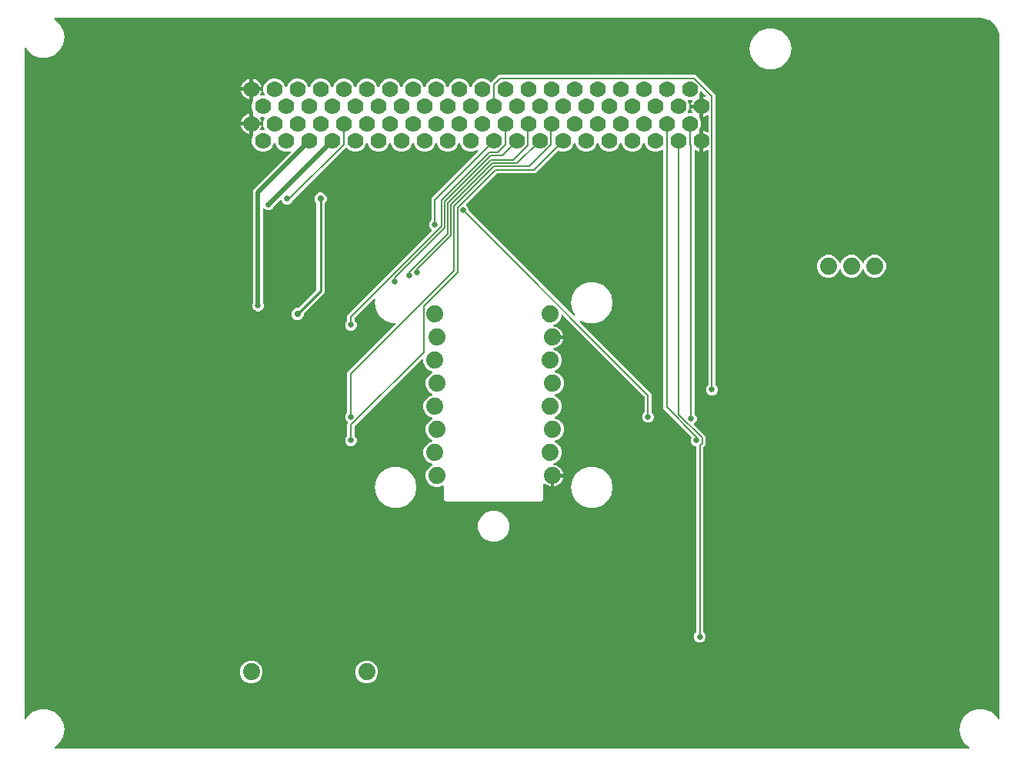
<source format=gbl>
G04 EAGLE Gerber RS-274X export*
G75*
%MOMM*%
%FSLAX34Y34*%
%LPD*%
%INBottom Copper*%
%IPPOS*%
%AMOC8*
5,1,8,0,0,1.08239X$1,22.5*%
G01*
%ADD10C,1.879600*%
%ADD11C,1.778000*%
%ADD12C,0.177800*%
%ADD13C,0.655600*%
%ADD14C,0.508000*%
%ADD15C,0.736600*%
%ADD16C,0.254000*%

G36*
X1132437Y67829D02*
X1132437Y67829D01*
X1132511Y67829D01*
X1132577Y67849D01*
X1132646Y67859D01*
X1132713Y67889D01*
X1132784Y67909D01*
X1132842Y67946D01*
X1132905Y67975D01*
X1132962Y68022D01*
X1133024Y68062D01*
X1133070Y68114D01*
X1133122Y68158D01*
X1133163Y68220D01*
X1133212Y68275D01*
X1133242Y68337D01*
X1133280Y68395D01*
X1133302Y68465D01*
X1133334Y68532D01*
X1133345Y68600D01*
X1133366Y68666D01*
X1133368Y68740D01*
X1133380Y68812D01*
X1133371Y68881D01*
X1133373Y68950D01*
X1133354Y69021D01*
X1133346Y69095D01*
X1133319Y69158D01*
X1133301Y69225D01*
X1133264Y69289D01*
X1133235Y69356D01*
X1133197Y69401D01*
X1133156Y69470D01*
X1133067Y69554D01*
X1133017Y69612D01*
X1127615Y74144D01*
X1123629Y81049D01*
X1122245Y88900D01*
X1123629Y96751D01*
X1127615Y103655D01*
X1133722Y108780D01*
X1141214Y111507D01*
X1149186Y111507D01*
X1156678Y108780D01*
X1162785Y103656D01*
X1164387Y100881D01*
X1164399Y100865D01*
X1164407Y100848D01*
X1164486Y100754D01*
X1164562Y100657D01*
X1164578Y100646D01*
X1164591Y100631D01*
X1164693Y100562D01*
X1164792Y100491D01*
X1164811Y100484D01*
X1164827Y100473D01*
X1164945Y100436D01*
X1165060Y100394D01*
X1165080Y100393D01*
X1165098Y100387D01*
X1165221Y100384D01*
X1165344Y100376D01*
X1165363Y100380D01*
X1165382Y100380D01*
X1165501Y100411D01*
X1165621Y100437D01*
X1165639Y100447D01*
X1165657Y100452D01*
X1165763Y100514D01*
X1165871Y100573D01*
X1165885Y100587D01*
X1165902Y100597D01*
X1165986Y100687D01*
X1166073Y100773D01*
X1166083Y100790D01*
X1166096Y100804D01*
X1166152Y100914D01*
X1166212Y101021D01*
X1166217Y101040D01*
X1166226Y101057D01*
X1166238Y101130D01*
X1166277Y101298D01*
X1166275Y101349D01*
X1166281Y101389D01*
X1166281Y850900D01*
X1166275Y850944D01*
X1166278Y850980D01*
X1166031Y854119D01*
X1165996Y854277D01*
X1165985Y854353D01*
X1164045Y860323D01*
X1163920Y860579D01*
X1163907Y860593D01*
X1163900Y860607D01*
X1160210Y865686D01*
X1160012Y865890D01*
X1159996Y865899D01*
X1159986Y865910D01*
X1154907Y869600D01*
X1154655Y869734D01*
X1154637Y869737D01*
X1154623Y869745D01*
X1148653Y871685D01*
X1148579Y871698D01*
X1148507Y871720D01*
X1148457Y871722D01*
X1148419Y871731D01*
X1145280Y871978D01*
X1145235Y871975D01*
X1145200Y871981D01*
X127136Y871981D01*
X127063Y871971D01*
X126989Y871971D01*
X126923Y871951D01*
X126854Y871941D01*
X126787Y871911D01*
X126716Y871891D01*
X126658Y871854D01*
X126595Y871825D01*
X126538Y871778D01*
X126476Y871738D01*
X126430Y871686D01*
X126378Y871642D01*
X126337Y871580D01*
X126288Y871525D01*
X126258Y871463D01*
X126220Y871405D01*
X126198Y871335D01*
X126166Y871268D01*
X126155Y871200D01*
X126134Y871134D01*
X126132Y871060D01*
X126120Y870988D01*
X126129Y870919D01*
X126127Y870850D01*
X126146Y870779D01*
X126154Y870705D01*
X126181Y870642D01*
X126199Y870575D01*
X126236Y870511D01*
X126265Y870444D01*
X126303Y870399D01*
X126344Y870330D01*
X126433Y870246D01*
X126483Y870188D01*
X131885Y865656D01*
X135871Y858751D01*
X137255Y850900D01*
X135871Y843049D01*
X131885Y836145D01*
X125778Y831020D01*
X118286Y828293D01*
X110314Y828293D01*
X102822Y831020D01*
X96715Y836144D01*
X95113Y838919D01*
X95101Y838935D01*
X95093Y838952D01*
X95054Y838998D01*
X95036Y839029D01*
X95002Y839061D01*
X94938Y839143D01*
X94922Y839154D01*
X94909Y839169D01*
X94831Y839222D01*
X94829Y839224D01*
X94825Y839226D01*
X94807Y839238D01*
X94708Y839309D01*
X94689Y839316D01*
X94673Y839327D01*
X94555Y839364D01*
X94440Y839406D01*
X94420Y839407D01*
X94402Y839413D01*
X94279Y839416D01*
X94156Y839424D01*
X94137Y839420D01*
X94118Y839420D01*
X93999Y839389D01*
X93879Y839363D01*
X93861Y839353D01*
X93843Y839348D01*
X93737Y839286D01*
X93629Y839227D01*
X93615Y839213D01*
X93598Y839203D01*
X93514Y839113D01*
X93427Y839027D01*
X93417Y839010D01*
X93404Y838996D01*
X93348Y838886D01*
X93288Y838779D01*
X93283Y838760D01*
X93274Y838743D01*
X93262Y838670D01*
X93248Y838609D01*
X93233Y838561D01*
X93232Y838542D01*
X93223Y838502D01*
X93225Y838451D01*
X93219Y838411D01*
X93219Y101389D01*
X93221Y101369D01*
X93219Y101350D01*
X93241Y101229D01*
X93259Y101107D01*
X93267Y101089D01*
X93270Y101070D01*
X93325Y100960D01*
X93375Y100848D01*
X93387Y100833D01*
X93396Y100815D01*
X93479Y100724D01*
X93558Y100631D01*
X93575Y100620D01*
X93588Y100605D01*
X93693Y100541D01*
X93795Y100473D01*
X93814Y100467D01*
X93830Y100457D01*
X93949Y100424D01*
X94066Y100387D01*
X94086Y100387D01*
X94105Y100382D01*
X94227Y100383D01*
X94350Y100380D01*
X94369Y100385D01*
X94389Y100385D01*
X94507Y100421D01*
X94625Y100452D01*
X94642Y100462D01*
X94661Y100467D01*
X94764Y100534D01*
X94870Y100597D01*
X94883Y100611D01*
X94900Y100622D01*
X94946Y100679D01*
X95064Y100804D01*
X95088Y100850D01*
X95113Y100881D01*
X96715Y103655D01*
X102822Y108780D01*
X110314Y111507D01*
X118286Y111507D01*
X125778Y108780D01*
X131885Y103656D01*
X135871Y96751D01*
X137255Y88900D01*
X135871Y81049D01*
X131885Y74145D01*
X126483Y69612D01*
X126434Y69557D01*
X126378Y69509D01*
X126339Y69452D01*
X126293Y69400D01*
X126261Y69334D01*
X126220Y69273D01*
X126199Y69207D01*
X126169Y69144D01*
X126156Y69072D01*
X126134Y69002D01*
X126132Y68933D01*
X126121Y68864D01*
X126129Y68791D01*
X126127Y68718D01*
X126144Y68651D01*
X126152Y68582D01*
X126180Y68514D01*
X126199Y68443D01*
X126234Y68383D01*
X126261Y68319D01*
X126306Y68261D01*
X126344Y68198D01*
X126395Y68151D01*
X126438Y68097D01*
X126498Y68054D01*
X126551Y68004D01*
X126613Y67972D01*
X126670Y67932D01*
X126739Y67908D01*
X126804Y67874D01*
X126863Y67864D01*
X126938Y67838D01*
X127060Y67831D01*
X127136Y67819D01*
X1132364Y67819D01*
X1132437Y67829D01*
G37*
%LPC*%
G36*
X835291Y184808D02*
X835291Y184808D01*
X832965Y185771D01*
X831185Y187551D01*
X830222Y189877D01*
X830222Y192393D01*
X831185Y194719D01*
X832314Y195847D01*
X832366Y195917D01*
X832426Y195981D01*
X832452Y196030D01*
X832485Y196074D01*
X832516Y196156D01*
X832556Y196234D01*
X832564Y196282D01*
X832586Y196340D01*
X832598Y196488D01*
X832611Y196565D01*
X832611Y399820D01*
X832603Y399876D01*
X832605Y399922D01*
X832604Y399923D01*
X832605Y399936D01*
X832583Y400018D01*
X832571Y400102D01*
X832548Y400155D01*
X832533Y400211D01*
X832490Y400284D01*
X832455Y400361D01*
X832417Y400406D01*
X832388Y400456D01*
X832326Y400514D01*
X832272Y400578D01*
X832223Y400610D01*
X832180Y400650D01*
X832105Y400689D01*
X832035Y400736D01*
X831979Y400753D01*
X831927Y400780D01*
X831859Y400791D01*
X831783Y400815D01*
X829409Y401798D01*
X827629Y403578D01*
X826666Y405904D01*
X826666Y408420D01*
X827302Y409954D01*
X827302Y409956D01*
X827303Y409957D01*
X827337Y410090D01*
X827373Y410230D01*
X827373Y410231D01*
X827373Y410233D01*
X827368Y410373D01*
X827364Y410514D01*
X827364Y410515D01*
X827364Y410517D01*
X827320Y410651D01*
X827278Y410784D01*
X827277Y410786D01*
X827276Y410787D01*
X827267Y410800D01*
X827119Y411021D01*
X827096Y411040D01*
X827082Y411061D01*
X798766Y439376D01*
X796162Y441980D01*
X796162Y726027D01*
X796158Y726056D01*
X796161Y726086D01*
X796138Y726197D01*
X796122Y726309D01*
X796110Y726336D01*
X796105Y726364D01*
X796053Y726465D01*
X796006Y726568D01*
X795987Y726591D01*
X795974Y726617D01*
X795896Y726699D01*
X795823Y726785D01*
X795798Y726801D01*
X795778Y726823D01*
X795680Y726880D01*
X795586Y726943D01*
X795558Y726952D01*
X795533Y726967D01*
X795423Y726994D01*
X795315Y727029D01*
X795286Y727029D01*
X795257Y727037D01*
X795144Y727033D01*
X795031Y727036D01*
X795002Y727028D01*
X794973Y727028D01*
X794865Y726993D01*
X794756Y726964D01*
X794730Y726949D01*
X794702Y726940D01*
X794638Y726894D01*
X794511Y726819D01*
X794468Y726773D01*
X794429Y726745D01*
X794163Y726479D01*
X789775Y724661D01*
X785025Y724661D01*
X780637Y726479D01*
X777279Y729837D01*
X775638Y733799D01*
X775623Y733824D01*
X775614Y733852D01*
X775551Y733946D01*
X775493Y734043D01*
X775472Y734064D01*
X775456Y734088D01*
X775369Y734161D01*
X775287Y734239D01*
X775261Y734252D01*
X775238Y734271D01*
X775135Y734317D01*
X775034Y734369D01*
X775005Y734374D01*
X774978Y734386D01*
X774866Y734402D01*
X774755Y734424D01*
X774726Y734421D01*
X774697Y734425D01*
X774585Y734409D01*
X774472Y734399D01*
X774445Y734389D01*
X774415Y734385D01*
X774312Y734338D01*
X774207Y734297D01*
X774183Y734280D01*
X774156Y734268D01*
X774070Y734194D01*
X773980Y734126D01*
X773962Y734102D01*
X773940Y734083D01*
X773898Y734017D01*
X773810Y733898D01*
X773788Y733839D01*
X773762Y733799D01*
X772121Y729837D01*
X768763Y726479D01*
X764375Y724661D01*
X759625Y724661D01*
X755237Y726479D01*
X751879Y729837D01*
X750238Y733799D01*
X750223Y733824D01*
X750214Y733852D01*
X750151Y733946D01*
X750093Y734043D01*
X750072Y734064D01*
X750056Y734088D01*
X749969Y734161D01*
X749887Y734239D01*
X749861Y734252D01*
X749838Y734271D01*
X749735Y734317D01*
X749634Y734369D01*
X749605Y734374D01*
X749578Y734386D01*
X749466Y734402D01*
X749355Y734424D01*
X749326Y734421D01*
X749297Y734425D01*
X749185Y734409D01*
X749072Y734399D01*
X749045Y734389D01*
X749015Y734385D01*
X748912Y734338D01*
X748807Y734297D01*
X748783Y734280D01*
X748756Y734268D01*
X748670Y734194D01*
X748580Y734126D01*
X748562Y734102D01*
X748540Y734083D01*
X748498Y734017D01*
X748410Y733898D01*
X748388Y733839D01*
X748362Y733799D01*
X746721Y729837D01*
X743363Y726479D01*
X738975Y724661D01*
X734225Y724661D01*
X729837Y726479D01*
X726479Y729837D01*
X724838Y733799D01*
X724823Y733824D01*
X724814Y733852D01*
X724751Y733946D01*
X724693Y734043D01*
X724672Y734064D01*
X724656Y734088D01*
X724569Y734161D01*
X724487Y734239D01*
X724461Y734252D01*
X724438Y734271D01*
X724335Y734317D01*
X724234Y734369D01*
X724205Y734374D01*
X724178Y734386D01*
X724066Y734402D01*
X723955Y734424D01*
X723926Y734421D01*
X723897Y734425D01*
X723785Y734409D01*
X723672Y734399D01*
X723645Y734389D01*
X723615Y734385D01*
X723512Y734338D01*
X723407Y734297D01*
X723383Y734280D01*
X723356Y734268D01*
X723270Y734194D01*
X723180Y734126D01*
X723162Y734102D01*
X723140Y734083D01*
X723098Y734017D01*
X723010Y733898D01*
X722988Y733839D01*
X722962Y733799D01*
X721321Y729837D01*
X717963Y726479D01*
X713575Y724661D01*
X708825Y724661D01*
X704437Y726479D01*
X701079Y729837D01*
X699438Y733799D01*
X699423Y733824D01*
X699414Y733852D01*
X699351Y733946D01*
X699293Y734043D01*
X699272Y734064D01*
X699256Y734088D01*
X699169Y734161D01*
X699087Y734239D01*
X699061Y734252D01*
X699038Y734271D01*
X698935Y734317D01*
X698834Y734369D01*
X698805Y734374D01*
X698778Y734386D01*
X698666Y734402D01*
X698555Y734424D01*
X698526Y734421D01*
X698497Y734425D01*
X698385Y734409D01*
X698272Y734399D01*
X698245Y734389D01*
X698215Y734385D01*
X698112Y734338D01*
X698007Y734297D01*
X697983Y734280D01*
X697956Y734268D01*
X697870Y734194D01*
X697780Y734126D01*
X697762Y734102D01*
X697740Y734083D01*
X697698Y734017D01*
X697610Y733898D01*
X697588Y733839D01*
X697562Y733799D01*
X695921Y729837D01*
X692563Y726479D01*
X688175Y724661D01*
X683425Y724661D01*
X681317Y725535D01*
X681315Y725535D01*
X681314Y725536D01*
X681181Y725570D01*
X681041Y725606D01*
X681040Y725606D01*
X681038Y725606D01*
X680898Y725601D01*
X680757Y725597D01*
X680756Y725597D01*
X680754Y725597D01*
X680621Y725554D01*
X680487Y725511D01*
X680485Y725510D01*
X680484Y725509D01*
X680472Y725501D01*
X680250Y725352D01*
X680231Y725329D01*
X680210Y725315D01*
X655935Y701039D01*
X613684Y701039D01*
X613597Y701027D01*
X613510Y701024D01*
X613457Y701007D01*
X613402Y700999D01*
X613322Y700964D01*
X613239Y700937D01*
X613200Y700909D01*
X613143Y700883D01*
X613029Y700787D01*
X612966Y700742D01*
X579603Y667379D01*
X579568Y667333D01*
X579525Y667292D01*
X579483Y667219D01*
X579432Y667152D01*
X579411Y667097D01*
X579382Y667047D01*
X579361Y666965D01*
X579331Y666886D01*
X579326Y666828D01*
X579312Y666771D01*
X579314Y666687D01*
X579307Y666603D01*
X579319Y666546D01*
X579321Y666487D01*
X579347Y666407D01*
X579363Y666324D01*
X579390Y666272D01*
X579408Y666217D01*
X579448Y666161D01*
X579494Y666072D01*
X579563Y666000D01*
X579603Y665943D01*
X581436Y664111D01*
X582399Y661785D01*
X582399Y660190D01*
X582411Y660103D01*
X582414Y660016D01*
X582431Y659963D01*
X582439Y659908D01*
X582474Y659828D01*
X582501Y659745D01*
X582529Y659706D01*
X582555Y659649D01*
X582651Y659535D01*
X582696Y659472D01*
X697028Y545140D01*
X697036Y545134D01*
X697042Y545126D01*
X697150Y545048D01*
X697255Y544969D01*
X697264Y544965D01*
X697272Y544960D01*
X697398Y544915D01*
X697521Y544868D01*
X697531Y544867D01*
X697540Y544863D01*
X697673Y544855D01*
X697804Y544844D01*
X697814Y544846D01*
X697824Y544845D01*
X697954Y544874D01*
X698083Y544900D01*
X698092Y544904D01*
X698101Y544906D01*
X698218Y544970D01*
X698335Y545031D01*
X698342Y545038D01*
X698351Y545042D01*
X698445Y545135D01*
X698541Y545227D01*
X698546Y545235D01*
X698553Y545242D01*
X698618Y545357D01*
X698685Y545472D01*
X698688Y545481D01*
X698692Y545490D01*
X698723Y545620D01*
X698755Y545747D01*
X698755Y545757D01*
X698757Y545767D01*
X698750Y545900D01*
X698746Y546032D01*
X698743Y546041D01*
X698743Y546051D01*
X698723Y546104D01*
X698659Y546302D01*
X698638Y546331D01*
X698625Y546365D01*
X695979Y550949D01*
X694595Y558800D01*
X695979Y566651D01*
X699965Y573556D01*
X706072Y578680D01*
X713564Y581407D01*
X721536Y581407D01*
X729028Y578680D01*
X735135Y573556D01*
X739121Y566651D01*
X740505Y558800D01*
X739121Y550949D01*
X735135Y544045D01*
X729028Y538920D01*
X721536Y536193D01*
X713564Y536193D01*
X705935Y538970D01*
X705872Y538983D01*
X705813Y539006D01*
X705734Y539013D01*
X705657Y539029D01*
X705593Y539024D01*
X705529Y539030D01*
X705452Y539014D01*
X705373Y539008D01*
X705313Y538986D01*
X705251Y538974D01*
X705181Y538937D01*
X705106Y538910D01*
X705055Y538872D01*
X704998Y538843D01*
X704941Y538788D01*
X704877Y538742D01*
X704839Y538691D01*
X704792Y538647D01*
X704752Y538579D01*
X704704Y538516D01*
X704681Y538457D01*
X704648Y538402D01*
X704629Y538325D01*
X704600Y538252D01*
X704594Y538188D01*
X704578Y538126D01*
X704581Y538047D01*
X704573Y537969D01*
X704585Y537906D01*
X704587Y537842D01*
X704612Y537767D01*
X704626Y537689D01*
X704655Y537632D01*
X704675Y537571D01*
X704713Y537518D01*
X704755Y537436D01*
X704828Y537357D01*
X704870Y537298D01*
X783591Y458577D01*
X783591Y438373D01*
X783599Y438317D01*
X783597Y438269D01*
X783604Y438242D01*
X783606Y438199D01*
X783623Y438146D01*
X783631Y438092D01*
X783662Y438022D01*
X783669Y437994D01*
X783676Y437982D01*
X783693Y437929D01*
X783721Y437889D01*
X783747Y437832D01*
X783808Y437760D01*
X783814Y437749D01*
X783827Y437737D01*
X783843Y437719D01*
X783888Y437655D01*
X785017Y436527D01*
X785980Y434201D01*
X785980Y431685D01*
X785017Y429359D01*
X783237Y427579D01*
X780911Y426616D01*
X778395Y426616D01*
X776069Y427579D01*
X774289Y429359D01*
X773326Y431685D01*
X773326Y434201D01*
X774289Y436527D01*
X775418Y437655D01*
X775470Y437725D01*
X775530Y437789D01*
X775556Y437838D01*
X775589Y437882D01*
X775610Y437937D01*
X775616Y437946D01*
X775623Y437971D01*
X775660Y438042D01*
X775668Y438090D01*
X775690Y438148D01*
X775694Y438193D01*
X775701Y438217D01*
X775703Y438303D01*
X775715Y438373D01*
X775715Y454894D01*
X775703Y454981D01*
X775700Y455068D01*
X775683Y455121D01*
X775675Y455176D01*
X775640Y455256D01*
X775613Y455339D01*
X775585Y455378D01*
X775559Y455435D01*
X775463Y455549D01*
X775418Y455612D01*
X686010Y545020D01*
X685986Y545038D01*
X685967Y545060D01*
X685873Y545123D01*
X685783Y545191D01*
X685755Y545202D01*
X685731Y545218D01*
X685623Y545252D01*
X685517Y545292D01*
X685488Y545295D01*
X685460Y545304D01*
X685346Y545307D01*
X685234Y545316D01*
X685205Y545310D01*
X685176Y545311D01*
X685066Y545282D01*
X684955Y545260D01*
X684929Y545247D01*
X684901Y545239D01*
X684803Y545181D01*
X684703Y545129D01*
X684681Y545109D01*
X684656Y545094D01*
X684579Y545011D01*
X684497Y544933D01*
X684482Y544908D01*
X684462Y544887D01*
X684410Y544786D01*
X684353Y544688D01*
X684346Y544660D01*
X684332Y544634D01*
X684319Y544556D01*
X684283Y544413D01*
X684285Y544350D01*
X684277Y544302D01*
X684277Y543624D01*
X682382Y539049D01*
X678881Y535548D01*
X676137Y534412D01*
X676132Y534409D01*
X676126Y534407D01*
X676009Y534336D01*
X675893Y534267D01*
X675888Y534263D01*
X675883Y534260D01*
X675791Y534159D01*
X675697Y534061D01*
X675695Y534055D01*
X675690Y534051D01*
X675630Y533929D01*
X675567Y533808D01*
X675566Y533802D01*
X675563Y533796D01*
X675539Y533663D01*
X675512Y533529D01*
X675513Y533523D01*
X675512Y533517D01*
X675525Y533380D01*
X675537Y533246D01*
X675539Y533240D01*
X675539Y533234D01*
X675590Y533107D01*
X675639Y532981D01*
X675642Y532976D01*
X675645Y532970D01*
X675728Y532863D01*
X675810Y532754D01*
X675815Y532750D01*
X675819Y532745D01*
X675929Y532665D01*
X676038Y532584D01*
X676044Y532581D01*
X676049Y532578D01*
X676090Y532564D01*
X676304Y532483D01*
X676340Y532480D01*
X676367Y532471D01*
X677166Y532345D01*
X678953Y531764D01*
X680627Y530911D01*
X682148Y529806D01*
X683476Y528478D01*
X684581Y526957D01*
X685434Y525283D01*
X686015Y523496D01*
X686136Y522731D01*
X675386Y522731D01*
X675328Y522723D01*
X675270Y522725D01*
X675188Y522703D01*
X675105Y522691D01*
X675051Y522667D01*
X674995Y522653D01*
X674922Y522610D01*
X674845Y522575D01*
X674801Y522537D01*
X674750Y522507D01*
X674693Y522446D01*
X674628Y522391D01*
X674596Y522343D01*
X674556Y522300D01*
X674517Y522225D01*
X674471Y522155D01*
X674453Y522099D01*
X674426Y522047D01*
X674415Y521979D01*
X674385Y521884D01*
X674382Y521784D01*
X674371Y521716D01*
X674371Y519684D01*
X674379Y519626D01*
X674378Y519568D01*
X674399Y519486D01*
X674411Y519403D01*
X674435Y519349D01*
X674449Y519293D01*
X674492Y519220D01*
X674527Y519143D01*
X674565Y519098D01*
X674595Y519048D01*
X674656Y518990D01*
X674711Y518926D01*
X674759Y518894D01*
X674802Y518854D01*
X674877Y518815D01*
X674947Y518769D01*
X675003Y518751D01*
X675055Y518724D01*
X675123Y518713D01*
X675218Y518683D01*
X675318Y518680D01*
X675386Y518669D01*
X686136Y518669D01*
X686015Y517904D01*
X685434Y516117D01*
X684581Y514443D01*
X683476Y512922D01*
X682148Y511594D01*
X680627Y510489D01*
X678953Y509636D01*
X677166Y509055D01*
X676367Y508929D01*
X676361Y508927D01*
X676355Y508927D01*
X676225Y508885D01*
X676095Y508845D01*
X676090Y508842D01*
X676084Y508840D01*
X675971Y508764D01*
X675857Y508690D01*
X675853Y508685D01*
X675848Y508682D01*
X675760Y508577D01*
X675672Y508475D01*
X675669Y508469D01*
X675665Y508464D01*
X675610Y508340D01*
X675553Y508216D01*
X675552Y508210D01*
X675550Y508204D01*
X675531Y508070D01*
X675511Y507935D01*
X675512Y507929D01*
X675511Y507923D01*
X675530Y507788D01*
X675548Y507653D01*
X675550Y507648D01*
X675551Y507642D01*
X675607Y507518D01*
X675662Y507393D01*
X675666Y507388D01*
X675668Y507382D01*
X675757Y507279D01*
X675844Y507174D01*
X675849Y507171D01*
X675853Y507166D01*
X675890Y507143D01*
X676079Y507015D01*
X676113Y507003D01*
X676137Y506988D01*
X678881Y505852D01*
X682382Y502351D01*
X684277Y497776D01*
X684277Y492824D01*
X682382Y488249D01*
X678881Y484748D01*
X677229Y484064D01*
X677204Y484049D01*
X677176Y484040D01*
X677081Y483977D01*
X676984Y483920D01*
X676964Y483898D01*
X676939Y483882D01*
X676866Y483795D01*
X676789Y483713D01*
X676775Y483687D01*
X676756Y483664D01*
X676710Y483561D01*
X676659Y483460D01*
X676653Y483431D01*
X676641Y483405D01*
X676625Y483292D01*
X676604Y483181D01*
X676606Y483152D01*
X676602Y483123D01*
X676618Y483011D01*
X676628Y482898D01*
X676639Y482871D01*
X676643Y482842D01*
X676689Y482739D01*
X676730Y482633D01*
X676748Y482609D01*
X676760Y482582D01*
X676833Y482496D01*
X676902Y482406D01*
X676925Y482388D01*
X676944Y482366D01*
X677011Y482325D01*
X677129Y482236D01*
X677188Y482214D01*
X677229Y482188D01*
X681421Y480452D01*
X684922Y476951D01*
X686817Y472376D01*
X686817Y467424D01*
X684922Y462849D01*
X681421Y459348D01*
X677229Y457612D01*
X677204Y457597D01*
X677176Y457588D01*
X677081Y457525D01*
X676984Y457467D01*
X676964Y457446D01*
X676939Y457430D01*
X676866Y457343D01*
X676789Y457261D01*
X676775Y457235D01*
X676756Y457212D01*
X676710Y457109D01*
X676659Y457008D01*
X676653Y456979D01*
X676641Y456952D01*
X676625Y456840D01*
X676604Y456729D01*
X676606Y456700D01*
X676602Y456671D01*
X676618Y456559D01*
X676628Y456446D01*
X676639Y456418D01*
X676643Y456389D01*
X676689Y456286D01*
X676730Y456181D01*
X676748Y456157D01*
X676760Y456130D01*
X676833Y456044D01*
X676902Y455954D01*
X676925Y455936D01*
X676944Y455914D01*
X677011Y455872D01*
X677066Y455831D01*
X677068Y455829D01*
X677069Y455828D01*
X677129Y455784D01*
X677188Y455762D01*
X677229Y455736D01*
X678881Y455052D01*
X682382Y451551D01*
X684277Y446976D01*
X684277Y442024D01*
X682382Y437449D01*
X678881Y433948D01*
X677229Y433264D01*
X677204Y433249D01*
X677176Y433240D01*
X677081Y433177D01*
X676984Y433120D01*
X676964Y433098D01*
X676939Y433082D01*
X676866Y432995D01*
X676789Y432913D01*
X676775Y432887D01*
X676756Y432864D01*
X676710Y432761D01*
X676659Y432660D01*
X676653Y432631D01*
X676641Y432605D01*
X676625Y432492D01*
X676604Y432381D01*
X676606Y432352D01*
X676602Y432323D01*
X676618Y432211D01*
X676628Y432098D01*
X676639Y432071D01*
X676643Y432042D01*
X676689Y431939D01*
X676730Y431833D01*
X676748Y431809D01*
X676760Y431782D01*
X676833Y431696D01*
X676902Y431606D01*
X676925Y431588D01*
X676944Y431566D01*
X677011Y431525D01*
X677129Y431436D01*
X677188Y431414D01*
X677229Y431388D01*
X681421Y429652D01*
X684922Y426151D01*
X686817Y421576D01*
X686817Y416624D01*
X684922Y412049D01*
X681421Y408548D01*
X677229Y406812D01*
X677204Y406797D01*
X677176Y406788D01*
X677081Y406725D01*
X676984Y406667D01*
X676964Y406646D01*
X676939Y406630D01*
X676866Y406543D01*
X676789Y406461D01*
X676775Y406435D01*
X676756Y406412D01*
X676710Y406309D01*
X676659Y406208D01*
X676653Y406179D01*
X676641Y406152D01*
X676625Y406040D01*
X676604Y405929D01*
X676606Y405900D01*
X676602Y405871D01*
X676618Y405759D01*
X676628Y405646D01*
X676639Y405618D01*
X676643Y405589D01*
X676689Y405486D01*
X676730Y405381D01*
X676748Y405357D01*
X676760Y405330D01*
X676833Y405244D01*
X676902Y405154D01*
X676925Y405136D01*
X676944Y405114D01*
X677011Y405072D01*
X677129Y404984D01*
X677188Y404962D01*
X677229Y404936D01*
X678881Y404252D01*
X682382Y400751D01*
X684277Y396176D01*
X684277Y391224D01*
X682382Y386649D01*
X678881Y383148D01*
X676137Y382012D01*
X676132Y382009D01*
X676126Y382007D01*
X676009Y381936D01*
X675893Y381867D01*
X675888Y381863D01*
X675883Y381860D01*
X675791Y381759D01*
X675697Y381661D01*
X675695Y381655D01*
X675690Y381651D01*
X675630Y381529D01*
X675567Y381408D01*
X675566Y381402D01*
X675563Y381396D01*
X675539Y381263D01*
X675512Y381129D01*
X675513Y381123D01*
X675512Y381117D01*
X675525Y380980D01*
X675537Y380846D01*
X675539Y380840D01*
X675539Y380834D01*
X675590Y380707D01*
X675639Y380581D01*
X675642Y380576D01*
X675645Y380570D01*
X675728Y380463D01*
X675810Y380354D01*
X675815Y380350D01*
X675819Y380345D01*
X675929Y380265D01*
X676038Y380184D01*
X676044Y380181D01*
X676049Y380178D01*
X676090Y380164D01*
X676304Y380083D01*
X676340Y380080D01*
X676367Y380071D01*
X677166Y379945D01*
X678953Y379364D01*
X680627Y378511D01*
X682148Y377406D01*
X683476Y376078D01*
X684581Y374557D01*
X685434Y372883D01*
X686015Y371096D01*
X686136Y370331D01*
X675386Y370331D01*
X675328Y370323D01*
X675270Y370325D01*
X675188Y370303D01*
X675105Y370291D01*
X675051Y370267D01*
X674995Y370253D01*
X674922Y370210D01*
X674845Y370175D01*
X674801Y370137D01*
X674750Y370107D01*
X674693Y370046D01*
X674628Y369991D01*
X674596Y369943D01*
X674556Y369900D01*
X674517Y369825D01*
X674471Y369755D01*
X674453Y369699D01*
X674426Y369647D01*
X674415Y369579D01*
X674385Y369484D01*
X674382Y369384D01*
X674371Y369316D01*
X674371Y368299D01*
X673354Y368299D01*
X673296Y368291D01*
X673238Y368292D01*
X673156Y368271D01*
X673073Y368259D01*
X673019Y368235D01*
X672963Y368221D01*
X672890Y368178D01*
X672813Y368143D01*
X672768Y368105D01*
X672718Y368075D01*
X672660Y368014D01*
X672596Y367959D01*
X672564Y367911D01*
X672524Y367868D01*
X672485Y367793D01*
X672439Y367723D01*
X672421Y367667D01*
X672394Y367615D01*
X672383Y367547D01*
X672353Y367452D01*
X672350Y367352D01*
X672339Y367284D01*
X672339Y356534D01*
X671574Y356655D01*
X669787Y357236D01*
X668113Y358089D01*
X666592Y359194D01*
X665998Y359788D01*
X665975Y359806D01*
X665956Y359828D01*
X665861Y359891D01*
X665771Y359959D01*
X665743Y359969D01*
X665719Y359986D01*
X665611Y360020D01*
X665505Y360060D01*
X665476Y360063D01*
X665448Y360072D01*
X665335Y360074D01*
X665222Y360084D01*
X665193Y360078D01*
X665164Y360079D01*
X665054Y360050D01*
X664943Y360028D01*
X664917Y360014D01*
X664889Y360007D01*
X664792Y359949D01*
X664691Y359897D01*
X664669Y359877D01*
X664644Y359862D01*
X664567Y359779D01*
X664485Y359701D01*
X664470Y359676D01*
X664450Y359654D01*
X664398Y359553D01*
X664341Y359456D01*
X664334Y359427D01*
X664320Y359401D01*
X664307Y359324D01*
X664271Y359180D01*
X664273Y359118D01*
X664265Y359070D01*
X664265Y342566D01*
X661884Y340185D01*
X556916Y340185D01*
X554535Y342566D01*
X554535Y356276D01*
X554519Y356390D01*
X554509Y356504D01*
X554499Y356530D01*
X554496Y356558D01*
X554449Y356663D01*
X554407Y356770D01*
X554391Y356792D01*
X554379Y356817D01*
X554305Y356905D01*
X554236Y356996D01*
X554214Y357013D01*
X554196Y357034D01*
X554100Y357098D01*
X554008Y357167D01*
X553982Y357176D01*
X553959Y357192D01*
X553849Y357227D01*
X553742Y357267D01*
X553714Y357269D01*
X553688Y357278D01*
X553573Y357281D01*
X553459Y357290D01*
X553434Y357284D01*
X553404Y357285D01*
X553147Y357218D01*
X553132Y357214D01*
X549846Y355853D01*
X544894Y355853D01*
X540319Y357748D01*
X536818Y361249D01*
X534923Y365824D01*
X534923Y370776D01*
X536818Y375351D01*
X540319Y378852D01*
X541971Y379536D01*
X541996Y379551D01*
X542024Y379560D01*
X542119Y379623D01*
X542216Y379680D01*
X542236Y379702D01*
X542261Y379718D01*
X542334Y379805D01*
X542411Y379887D01*
X542425Y379913D01*
X542444Y379936D01*
X542490Y380039D01*
X542541Y380140D01*
X542547Y380169D01*
X542559Y380195D01*
X542575Y380308D01*
X542596Y380419D01*
X542594Y380448D01*
X542598Y380477D01*
X542582Y380589D01*
X542572Y380702D01*
X542561Y380729D01*
X542557Y380758D01*
X542511Y380861D01*
X542470Y380967D01*
X542452Y380991D01*
X542440Y381018D01*
X542367Y381104D01*
X542298Y381194D01*
X542275Y381212D01*
X542256Y381234D01*
X542189Y381276D01*
X542071Y381364D01*
X542012Y381386D01*
X541971Y381412D01*
X537779Y383148D01*
X534278Y386649D01*
X532383Y391224D01*
X532383Y396176D01*
X534278Y400751D01*
X537779Y404252D01*
X541971Y405988D01*
X541996Y406003D01*
X542024Y406012D01*
X542077Y406047D01*
X542090Y406053D01*
X542107Y406067D01*
X542119Y406075D01*
X542216Y406133D01*
X542236Y406154D01*
X542261Y406170D01*
X542333Y406257D01*
X542411Y406339D01*
X542425Y406365D01*
X542444Y406388D01*
X542490Y406491D01*
X542541Y406592D01*
X542547Y406621D01*
X542559Y406648D01*
X542575Y406760D01*
X542596Y406871D01*
X542594Y406900D01*
X542598Y406929D01*
X542582Y407041D01*
X542572Y407154D01*
X542561Y407182D01*
X542557Y407211D01*
X542511Y407314D01*
X542470Y407419D01*
X542452Y407443D01*
X542440Y407470D01*
X542367Y407556D01*
X542298Y407646D01*
X542275Y407664D01*
X542256Y407686D01*
X542189Y407728D01*
X542071Y407816D01*
X542012Y407838D01*
X541971Y407864D01*
X540319Y408548D01*
X536818Y412049D01*
X534923Y416624D01*
X534923Y421576D01*
X536818Y426151D01*
X540319Y429652D01*
X541971Y430336D01*
X541996Y430351D01*
X542024Y430360D01*
X542112Y430418D01*
X542113Y430419D01*
X542115Y430421D01*
X542119Y430423D01*
X542216Y430480D01*
X542236Y430502D01*
X542261Y430518D01*
X542334Y430605D01*
X542411Y430687D01*
X542425Y430713D01*
X542444Y430736D01*
X542490Y430839D01*
X542541Y430940D01*
X542547Y430969D01*
X542559Y430995D01*
X542575Y431108D01*
X542596Y431219D01*
X542594Y431248D01*
X542598Y431277D01*
X542582Y431389D01*
X542572Y431502D01*
X542561Y431529D01*
X542557Y431558D01*
X542512Y431659D01*
X542509Y431670D01*
X542505Y431677D01*
X542470Y431767D01*
X542452Y431791D01*
X542440Y431818D01*
X542377Y431891D01*
X542364Y431914D01*
X542347Y431930D01*
X542298Y431994D01*
X542275Y432012D01*
X542256Y432034D01*
X542197Y432071D01*
X542157Y432109D01*
X542120Y432127D01*
X542071Y432164D01*
X542012Y432186D01*
X541971Y432212D01*
X537779Y433948D01*
X534278Y437449D01*
X532383Y442024D01*
X532383Y446976D01*
X534278Y451551D01*
X537779Y455052D01*
X541971Y456788D01*
X541996Y456803D01*
X542024Y456812D01*
X542119Y456875D01*
X542216Y456933D01*
X542236Y456954D01*
X542261Y456970D01*
X542333Y457057D01*
X542411Y457139D01*
X542425Y457165D01*
X542444Y457188D01*
X542490Y457291D01*
X542541Y457392D01*
X542547Y457421D01*
X542559Y457448D01*
X542575Y457560D01*
X542596Y457671D01*
X542594Y457700D01*
X542598Y457729D01*
X542582Y457841D01*
X542572Y457954D01*
X542561Y457982D01*
X542557Y458011D01*
X542511Y458114D01*
X542470Y458219D01*
X542452Y458243D01*
X542440Y458270D01*
X542367Y458356D01*
X542298Y458446D01*
X542275Y458464D01*
X542256Y458486D01*
X542189Y458528D01*
X542071Y458616D01*
X542012Y458638D01*
X541971Y458664D01*
X540319Y459348D01*
X536818Y462849D01*
X534923Y467424D01*
X534923Y472376D01*
X536818Y476951D01*
X540319Y480452D01*
X541971Y481136D01*
X541996Y481151D01*
X542024Y481160D01*
X542119Y481223D01*
X542216Y481280D01*
X542236Y481302D01*
X542261Y481318D01*
X542334Y481405D01*
X542411Y481487D01*
X542425Y481513D01*
X542444Y481536D01*
X542490Y481639D01*
X542541Y481740D01*
X542547Y481769D01*
X542559Y481795D01*
X542575Y481908D01*
X542596Y482019D01*
X542594Y482048D01*
X542598Y482077D01*
X542582Y482189D01*
X542572Y482302D01*
X542561Y482329D01*
X542557Y482358D01*
X542511Y482461D01*
X542470Y482567D01*
X542452Y482591D01*
X542440Y482618D01*
X542367Y482704D01*
X542298Y482794D01*
X542275Y482812D01*
X542256Y482834D01*
X542189Y482876D01*
X542071Y482964D01*
X542012Y482986D01*
X541971Y483012D01*
X537779Y484748D01*
X534278Y488249D01*
X532383Y492824D01*
X532383Y495915D01*
X532379Y495945D01*
X532382Y495974D01*
X532359Y496085D01*
X532343Y496197D01*
X532331Y496224D01*
X532326Y496252D01*
X532274Y496353D01*
X532227Y496456D01*
X532208Y496479D01*
X532195Y496505D01*
X532117Y496587D01*
X532044Y496673D01*
X532019Y496690D01*
X531999Y496711D01*
X531901Y496768D01*
X531807Y496831D01*
X531779Y496840D01*
X531754Y496855D01*
X531644Y496882D01*
X531536Y496917D01*
X531506Y496917D01*
X531478Y496925D01*
X531365Y496921D01*
X531252Y496924D01*
X531223Y496917D01*
X531194Y496916D01*
X531086Y496881D01*
X530977Y496852D01*
X530951Y496837D01*
X530923Y496828D01*
X530860Y496783D01*
X530732Y496707D01*
X530689Y496661D01*
X530650Y496633D01*
X456736Y422719D01*
X456684Y422650D01*
X456624Y422586D01*
X456598Y422536D01*
X456565Y422492D01*
X456534Y422410D01*
X456494Y422332D01*
X456486Y422285D01*
X456464Y422226D01*
X456452Y422079D01*
X456439Y422001D01*
X456439Y412592D01*
X456451Y412506D01*
X456454Y412418D01*
X456471Y412365D01*
X456479Y412311D01*
X456514Y412231D01*
X456541Y412148D01*
X456569Y412108D01*
X456595Y412051D01*
X456691Y411938D01*
X456736Y411874D01*
X457865Y410746D01*
X458828Y408420D01*
X458828Y405904D01*
X457865Y403578D01*
X456085Y401798D01*
X453759Y400835D01*
X451243Y400835D01*
X448917Y401798D01*
X447137Y403578D01*
X446174Y405904D01*
X446174Y408420D01*
X447137Y410746D01*
X448266Y411874D01*
X448318Y411944D01*
X448378Y412008D01*
X448404Y412057D01*
X448437Y412101D01*
X448468Y412183D01*
X448508Y412261D01*
X448516Y412309D01*
X448538Y412367D01*
X448550Y412515D01*
X448563Y412592D01*
X448563Y425684D01*
X448970Y426091D01*
X449005Y426138D01*
X449048Y426178D01*
X449090Y426251D01*
X449141Y426318D01*
X449162Y426373D01*
X449191Y426423D01*
X449212Y426505D01*
X449242Y426584D01*
X449247Y426642D01*
X449261Y426699D01*
X449259Y426783D01*
X449266Y426867D01*
X449254Y426924D01*
X449252Y426983D01*
X449226Y427063D01*
X449210Y427146D01*
X449183Y427198D01*
X449165Y427253D01*
X449125Y427310D01*
X449079Y427398D01*
X449010Y427470D01*
X448970Y427527D01*
X447137Y429359D01*
X446174Y431685D01*
X446174Y434201D01*
X447137Y436527D01*
X448266Y437655D01*
X448318Y437725D01*
X448378Y437789D01*
X448404Y437838D01*
X448437Y437882D01*
X448458Y437938D01*
X448464Y437946D01*
X448471Y437971D01*
X448508Y438042D01*
X448516Y438090D01*
X448538Y438148D01*
X448542Y438193D01*
X448549Y438217D01*
X448551Y438303D01*
X448563Y438373D01*
X448563Y481691D01*
X501332Y534460D01*
X501350Y534484D01*
X501372Y534503D01*
X501435Y534597D01*
X501503Y534687D01*
X501514Y534715D01*
X501530Y534739D01*
X501564Y534847D01*
X501604Y534953D01*
X501607Y534982D01*
X501616Y535010D01*
X501619Y535124D01*
X501628Y535236D01*
X501622Y535265D01*
X501623Y535294D01*
X501594Y535404D01*
X501572Y535515D01*
X501559Y535541D01*
X501551Y535569D01*
X501493Y535667D01*
X501441Y535767D01*
X501421Y535789D01*
X501406Y535814D01*
X501323Y535891D01*
X501245Y535973D01*
X501220Y535988D01*
X501199Y536008D01*
X501098Y536060D01*
X501000Y536117D01*
X500972Y536124D01*
X500946Y536138D01*
X500868Y536151D01*
X500725Y536187D01*
X500662Y536185D01*
X500614Y536193D01*
X497664Y536193D01*
X490172Y538920D01*
X484065Y544044D01*
X480079Y550949D01*
X478695Y558800D01*
X479207Y561704D01*
X479211Y561821D01*
X479220Y561938D01*
X479215Y561963D01*
X479216Y561988D01*
X479188Y562102D01*
X479164Y562217D01*
X479153Y562239D01*
X479147Y562264D01*
X479088Y562365D01*
X479033Y562469D01*
X479016Y562488D01*
X479004Y562509D01*
X478918Y562591D01*
X478838Y562676D01*
X478816Y562688D01*
X478798Y562706D01*
X478694Y562760D01*
X478592Y562819D01*
X478568Y562826D01*
X478546Y562837D01*
X478431Y562860D01*
X478317Y562889D01*
X478292Y562889D01*
X478267Y562894D01*
X478150Y562884D01*
X478033Y562880D01*
X478009Y562873D01*
X477984Y562871D01*
X477874Y562829D01*
X477762Y562793D01*
X477744Y562780D01*
X477718Y562770D01*
X477490Y562600D01*
X477490Y562599D01*
X477489Y562598D01*
X456736Y541845D01*
X456684Y541775D01*
X456624Y541712D01*
X456598Y541662D01*
X456565Y541618D01*
X456534Y541536D01*
X456494Y541458D01*
X456486Y541411D01*
X456464Y541352D01*
X456452Y541205D01*
X456439Y541127D01*
X456439Y539719D01*
X456451Y539633D01*
X456454Y539545D01*
X456471Y539492D01*
X456479Y539438D01*
X456514Y539358D01*
X456541Y539275D01*
X456569Y539235D01*
X456595Y539178D01*
X456691Y539065D01*
X456736Y539001D01*
X457865Y537873D01*
X458828Y535547D01*
X458828Y533031D01*
X457865Y530705D01*
X456085Y528925D01*
X453759Y527962D01*
X451243Y527962D01*
X448917Y528925D01*
X447137Y530705D01*
X446174Y533031D01*
X446174Y535547D01*
X447137Y537873D01*
X448266Y539001D01*
X448318Y539071D01*
X448378Y539135D01*
X448404Y539184D01*
X448437Y539228D01*
X448468Y539310D01*
X448508Y539388D01*
X448516Y539436D01*
X448538Y539494D01*
X448550Y539642D01*
X448563Y539719D01*
X448563Y544810D01*
X541426Y637673D01*
X541443Y637696D01*
X541465Y637714D01*
X541481Y637738D01*
X541504Y637760D01*
X541546Y637833D01*
X541597Y637900D01*
X541608Y637929D01*
X541622Y637950D01*
X541630Y637976D01*
X541647Y638005D01*
X541668Y638087D01*
X541698Y638166D01*
X541701Y638199D01*
X541708Y638221D01*
X541709Y638246D01*
X541717Y638281D01*
X541715Y638365D01*
X541722Y638449D01*
X541715Y638484D01*
X541715Y638506D01*
X541710Y638527D01*
X541708Y638565D01*
X541682Y638645D01*
X541666Y638728D01*
X541648Y638761D01*
X541643Y638781D01*
X541633Y638798D01*
X541621Y638835D01*
X541581Y638892D01*
X541535Y638980D01*
X541508Y639008D01*
X541498Y639025D01*
X541460Y639061D01*
X541426Y639109D01*
X539593Y640941D01*
X538630Y643267D01*
X538630Y645783D01*
X539593Y648109D01*
X540722Y649237D01*
X540774Y649307D01*
X540834Y649371D01*
X540860Y649420D01*
X540893Y649464D01*
X540924Y649546D01*
X540964Y649624D01*
X540972Y649672D01*
X540994Y649730D01*
X541006Y649878D01*
X541019Y649955D01*
X541019Y673715D01*
X592168Y724864D01*
X592220Y724933D01*
X592279Y724995D01*
X592305Y725046D01*
X592339Y725091D01*
X592370Y725171D01*
X592409Y725248D01*
X592420Y725304D01*
X592440Y725357D01*
X592447Y725442D01*
X592464Y725527D01*
X592459Y725583D01*
X592464Y725640D01*
X592447Y725724D01*
X592440Y725810D01*
X592419Y725863D01*
X592408Y725919D01*
X592368Y725995D01*
X592338Y726075D01*
X592303Y726121D01*
X592277Y726171D01*
X592218Y726234D01*
X592166Y726302D01*
X592121Y726336D01*
X592081Y726377D01*
X592007Y726421D01*
X591938Y726472D01*
X591885Y726492D01*
X591836Y726521D01*
X591753Y726542D01*
X591672Y726573D01*
X591615Y726577D01*
X591560Y726591D01*
X591475Y726588D01*
X591389Y726595D01*
X591341Y726584D01*
X591276Y726582D01*
X591138Y726538D01*
X591062Y726520D01*
X586575Y724661D01*
X581825Y724661D01*
X577437Y726479D01*
X574079Y729837D01*
X572438Y733799D01*
X572423Y733824D01*
X572414Y733852D01*
X572351Y733946D01*
X572293Y734043D01*
X572272Y734064D01*
X572256Y734088D01*
X572169Y734161D01*
X572087Y734239D01*
X572061Y734252D01*
X572038Y734271D01*
X571935Y734317D01*
X571834Y734369D01*
X571805Y734375D01*
X571778Y734386D01*
X571666Y734402D01*
X571555Y734424D01*
X571526Y734421D01*
X571497Y734425D01*
X571385Y734409D01*
X571272Y734399D01*
X571245Y734389D01*
X571215Y734385D01*
X571112Y734338D01*
X571007Y734297D01*
X570983Y734280D01*
X570956Y734268D01*
X570870Y734194D01*
X570780Y734126D01*
X570762Y734102D01*
X570740Y734083D01*
X570698Y734017D01*
X570610Y733898D01*
X570588Y733840D01*
X570562Y733799D01*
X568921Y729837D01*
X565563Y726479D01*
X561175Y724661D01*
X556425Y724661D01*
X552037Y726479D01*
X548679Y729837D01*
X547038Y733799D01*
X547023Y733824D01*
X547014Y733852D01*
X546951Y733946D01*
X546893Y734043D01*
X546872Y734064D01*
X546856Y734088D01*
X546769Y734161D01*
X546687Y734239D01*
X546661Y734252D01*
X546638Y734271D01*
X546535Y734317D01*
X546434Y734369D01*
X546405Y734375D01*
X546378Y734386D01*
X546266Y734402D01*
X546155Y734424D01*
X546126Y734421D01*
X546097Y734425D01*
X545985Y734409D01*
X545872Y734399D01*
X545845Y734389D01*
X545815Y734385D01*
X545712Y734338D01*
X545607Y734297D01*
X545583Y734280D01*
X545556Y734268D01*
X545470Y734194D01*
X545380Y734126D01*
X545362Y734102D01*
X545340Y734083D01*
X545298Y734017D01*
X545210Y733898D01*
X545188Y733840D01*
X545162Y733799D01*
X543521Y729837D01*
X540163Y726479D01*
X535775Y724661D01*
X531025Y724661D01*
X526637Y726479D01*
X523279Y729837D01*
X521638Y733799D01*
X521623Y733824D01*
X521614Y733852D01*
X521551Y733946D01*
X521493Y734043D01*
X521472Y734064D01*
X521456Y734088D01*
X521369Y734161D01*
X521287Y734239D01*
X521261Y734252D01*
X521238Y734271D01*
X521135Y734317D01*
X521034Y734369D01*
X521005Y734375D01*
X520978Y734386D01*
X520866Y734402D01*
X520755Y734424D01*
X520726Y734421D01*
X520697Y734425D01*
X520585Y734409D01*
X520472Y734399D01*
X520445Y734389D01*
X520415Y734385D01*
X520312Y734338D01*
X520207Y734297D01*
X520183Y734280D01*
X520156Y734268D01*
X520070Y734194D01*
X519980Y734126D01*
X519962Y734102D01*
X519940Y734083D01*
X519898Y734017D01*
X519810Y733898D01*
X519788Y733840D01*
X519762Y733799D01*
X518121Y729837D01*
X514763Y726479D01*
X510375Y724661D01*
X505625Y724661D01*
X501237Y726479D01*
X497879Y729837D01*
X496238Y733799D01*
X496223Y733824D01*
X496214Y733852D01*
X496151Y733946D01*
X496093Y734043D01*
X496072Y734064D01*
X496056Y734088D01*
X495969Y734161D01*
X495887Y734239D01*
X495861Y734252D01*
X495838Y734271D01*
X495735Y734317D01*
X495634Y734369D01*
X495605Y734375D01*
X495578Y734386D01*
X495466Y734402D01*
X495355Y734424D01*
X495326Y734421D01*
X495297Y734425D01*
X495185Y734409D01*
X495072Y734399D01*
X495045Y734389D01*
X495015Y734385D01*
X494912Y734338D01*
X494807Y734297D01*
X494783Y734280D01*
X494756Y734268D01*
X494670Y734194D01*
X494580Y734126D01*
X494562Y734102D01*
X494540Y734083D01*
X494498Y734017D01*
X494410Y733898D01*
X494388Y733840D01*
X494362Y733799D01*
X492721Y729837D01*
X489363Y726479D01*
X484975Y724661D01*
X480225Y724661D01*
X475837Y726479D01*
X472479Y729837D01*
X470838Y733799D01*
X470823Y733824D01*
X470814Y733852D01*
X470751Y733946D01*
X470693Y734043D01*
X470672Y734064D01*
X470656Y734088D01*
X470569Y734161D01*
X470487Y734239D01*
X470461Y734252D01*
X470438Y734271D01*
X470335Y734317D01*
X470234Y734369D01*
X470205Y734375D01*
X470178Y734386D01*
X470066Y734402D01*
X469955Y734424D01*
X469926Y734421D01*
X469897Y734425D01*
X469785Y734409D01*
X469672Y734399D01*
X469645Y734389D01*
X469615Y734385D01*
X469512Y734338D01*
X469407Y734297D01*
X469383Y734280D01*
X469356Y734268D01*
X469270Y734194D01*
X469180Y734126D01*
X469162Y734102D01*
X469140Y734083D01*
X469098Y734017D01*
X469010Y733898D01*
X468988Y733840D01*
X468962Y733799D01*
X467321Y729837D01*
X463963Y726479D01*
X459575Y724661D01*
X454825Y724661D01*
X450437Y726479D01*
X447942Y728974D01*
X447896Y729009D01*
X447855Y729051D01*
X447783Y729094D01*
X447715Y729145D01*
X447661Y729165D01*
X447610Y729195D01*
X447528Y729216D01*
X447449Y729246D01*
X447391Y729251D01*
X447335Y729265D01*
X447250Y729262D01*
X447166Y729269D01*
X447109Y729258D01*
X447050Y729256D01*
X446970Y729230D01*
X446887Y729214D01*
X446836Y729187D01*
X446780Y729169D01*
X446724Y729129D01*
X446635Y729083D01*
X446563Y729014D01*
X446507Y728974D01*
X445834Y728301D01*
X388279Y670747D01*
X388261Y670722D01*
X388237Y670702D01*
X388196Y670635D01*
X388109Y670519D01*
X388086Y670459D01*
X388059Y670417D01*
X387634Y669389D01*
X385854Y667609D01*
X383528Y666646D01*
X381012Y666646D01*
X378686Y667609D01*
X376906Y669389D01*
X376158Y671196D01*
X376100Y671295D01*
X376047Y671397D01*
X376028Y671417D01*
X376013Y671441D01*
X375930Y671520D01*
X375851Y671603D01*
X375827Y671617D01*
X375807Y671636D01*
X375705Y671689D01*
X375606Y671747D01*
X375579Y671754D01*
X375554Y671766D01*
X375441Y671789D01*
X375330Y671817D01*
X375302Y671816D01*
X375275Y671821D01*
X375161Y671811D01*
X375046Y671808D01*
X375020Y671799D01*
X374992Y671797D01*
X374885Y671756D01*
X374775Y671720D01*
X374755Y671706D01*
X374727Y671695D01*
X374514Y671534D01*
X374502Y671525D01*
X368067Y665091D01*
X368049Y665066D01*
X368025Y665046D01*
X367983Y664979D01*
X367896Y664864D01*
X367874Y664803D01*
X367847Y664761D01*
X367187Y663166D01*
X365407Y661386D01*
X363081Y660423D01*
X360565Y660423D01*
X358239Y661386D01*
X357588Y662038D01*
X357564Y662055D01*
X357545Y662078D01*
X357451Y662141D01*
X357361Y662209D01*
X357333Y662219D01*
X357309Y662235D01*
X357201Y662270D01*
X357095Y662310D01*
X357066Y662312D01*
X357038Y662321D01*
X356924Y662324D01*
X356812Y662333D01*
X356783Y662328D01*
X356754Y662328D01*
X356644Y662300D01*
X356533Y662278D01*
X356507Y662264D01*
X356479Y662257D01*
X356381Y662199D01*
X356281Y662147D01*
X356259Y662126D01*
X356234Y662111D01*
X356157Y662029D01*
X356075Y661951D01*
X356060Y661926D01*
X356040Y661904D01*
X355988Y661803D01*
X355931Y661706D01*
X355924Y661677D01*
X355910Y661651D01*
X355897Y661574D01*
X355861Y661430D01*
X355863Y661368D01*
X355855Y661320D01*
X355855Y558867D01*
X355859Y558837D01*
X355857Y558806D01*
X355874Y558729D01*
X355895Y558586D01*
X355921Y558527D01*
X355932Y558479D01*
X356593Y556883D01*
X356593Y554367D01*
X355630Y552041D01*
X353850Y550261D01*
X351524Y549298D01*
X349008Y549298D01*
X346682Y550261D01*
X344902Y552041D01*
X343939Y554367D01*
X343939Y556883D01*
X344600Y558479D01*
X344608Y558509D01*
X344622Y558536D01*
X344635Y558614D01*
X344671Y558754D01*
X344669Y558818D01*
X344677Y558867D01*
X344677Y681197D01*
X345528Y683251D01*
X385850Y723572D01*
X385901Y723641D01*
X385960Y723703D01*
X385986Y723754D01*
X386021Y723799D01*
X386051Y723880D01*
X386090Y723956D01*
X386101Y724012D01*
X386122Y724065D01*
X386129Y724151D01*
X386145Y724235D01*
X386141Y724292D01*
X386145Y724348D01*
X386128Y724433D01*
X386121Y724518D01*
X386101Y724571D01*
X386089Y724627D01*
X386050Y724703D01*
X386019Y724784D01*
X385985Y724829D01*
X385958Y724879D01*
X385899Y724942D01*
X385847Y725010D01*
X385802Y725044D01*
X385763Y725086D01*
X385688Y725129D01*
X385620Y725180D01*
X385566Y725201D01*
X385517Y725229D01*
X385434Y725250D01*
X385354Y725281D01*
X385297Y725285D01*
X385242Y725299D01*
X385156Y725297D01*
X385070Y725304D01*
X385022Y725292D01*
X384958Y725290D01*
X384820Y725246D01*
X384743Y725228D01*
X383375Y724661D01*
X378625Y724661D01*
X374237Y726479D01*
X370879Y729837D01*
X369238Y733799D01*
X369223Y733824D01*
X369214Y733852D01*
X369151Y733946D01*
X369093Y734043D01*
X369072Y734064D01*
X369056Y734088D01*
X368969Y734161D01*
X368887Y734239D01*
X368861Y734252D01*
X368838Y734271D01*
X368735Y734317D01*
X368634Y734369D01*
X368605Y734375D01*
X368578Y734386D01*
X368466Y734402D01*
X368355Y734424D01*
X368326Y734421D01*
X368297Y734425D01*
X368185Y734409D01*
X368072Y734399D01*
X368045Y734389D01*
X368015Y734385D01*
X367912Y734338D01*
X367807Y734297D01*
X367783Y734280D01*
X367756Y734268D01*
X367670Y734194D01*
X367580Y734126D01*
X367562Y734102D01*
X367540Y734083D01*
X367498Y734017D01*
X367410Y733898D01*
X367388Y733840D01*
X367362Y733799D01*
X365721Y729837D01*
X362363Y726479D01*
X357975Y724661D01*
X353225Y724661D01*
X348837Y726479D01*
X345479Y729837D01*
X343661Y734225D01*
X343661Y738975D01*
X345283Y742889D01*
X345296Y742940D01*
X345318Y742988D01*
X345331Y743077D01*
X345354Y743164D01*
X345352Y743217D01*
X345360Y743269D01*
X345348Y743358D01*
X345345Y743449D01*
X345330Y743498D01*
X345323Y743550D01*
X345286Y743633D01*
X345259Y743719D01*
X345230Y743763D01*
X345209Y743811D01*
X345151Y743880D01*
X345101Y743956D01*
X345060Y743989D01*
X345027Y744030D01*
X344952Y744080D01*
X344931Y744098D01*
X344931Y753619D01*
X354152Y753619D01*
X354049Y752973D01*
X353493Y751262D01*
X352858Y750015D01*
X352854Y750003D01*
X352847Y749993D01*
X352808Y749869D01*
X352765Y749746D01*
X352765Y749734D01*
X352761Y749722D01*
X352758Y749592D01*
X352751Y749462D01*
X352754Y749450D01*
X352754Y749438D01*
X352787Y749312D01*
X352816Y749185D01*
X352822Y749174D01*
X352826Y749163D01*
X352892Y749051D01*
X352956Y748938D01*
X352965Y748929D01*
X352971Y748918D01*
X353066Y748829D01*
X353158Y748738D01*
X353169Y748732D01*
X353178Y748724D01*
X353294Y748664D01*
X353408Y748603D01*
X353420Y748600D01*
X353431Y748594D01*
X353494Y748584D01*
X353686Y748542D01*
X353729Y748544D01*
X353762Y748539D01*
X356804Y748539D01*
X356918Y748555D01*
X357032Y748565D01*
X357058Y748575D01*
X357085Y748579D01*
X357190Y748626D01*
X357297Y748667D01*
X357319Y748683D01*
X357345Y748695D01*
X357432Y748769D01*
X357524Y748838D01*
X357541Y748861D01*
X357562Y748878D01*
X357625Y748974D01*
X357694Y749066D01*
X357704Y749092D01*
X357719Y749115D01*
X357754Y749225D01*
X357794Y749332D01*
X357797Y749360D01*
X357805Y749386D01*
X357808Y749501D01*
X357817Y749615D01*
X357812Y749640D01*
X357812Y749670D01*
X357745Y749927D01*
X357742Y749943D01*
X356361Y753275D01*
X356361Y758025D01*
X357742Y761357D01*
X357770Y761468D01*
X357805Y761578D01*
X357806Y761606D01*
X357813Y761633D01*
X357809Y761747D01*
X357812Y761862D01*
X357805Y761889D01*
X357805Y761917D01*
X357769Y762026D01*
X357741Y762137D01*
X357726Y762161D01*
X357718Y762188D01*
X357654Y762283D01*
X357595Y762382D01*
X357575Y762401D01*
X357560Y762424D01*
X357472Y762498D01*
X357388Y762576D01*
X357363Y762589D01*
X357342Y762607D01*
X357237Y762653D01*
X357135Y762706D01*
X357110Y762710D01*
X357082Y762722D01*
X356818Y762759D01*
X356804Y762761D01*
X353762Y762761D01*
X353750Y762760D01*
X353738Y762761D01*
X353610Y762740D01*
X353481Y762721D01*
X353470Y762716D01*
X353457Y762714D01*
X353340Y762658D01*
X353221Y762605D01*
X353212Y762597D01*
X353201Y762592D01*
X353104Y762505D01*
X353004Y762422D01*
X352998Y762411D01*
X352988Y762403D01*
X352919Y762293D01*
X352847Y762185D01*
X352843Y762173D01*
X352837Y762163D01*
X352800Y762038D01*
X352761Y761914D01*
X352761Y761902D01*
X352757Y761890D01*
X352757Y761760D01*
X352754Y761630D01*
X352757Y761618D01*
X352757Y761605D01*
X352776Y761545D01*
X352826Y761355D01*
X352847Y761318D01*
X352858Y761285D01*
X353493Y760038D01*
X354049Y758327D01*
X354152Y757681D01*
X344931Y757681D01*
X344931Y767202D01*
X344988Y767237D01*
X345023Y767275D01*
X345065Y767307D01*
X345119Y767379D01*
X345180Y767446D01*
X345204Y767492D01*
X345235Y767534D01*
X345267Y767619D01*
X345307Y767700D01*
X345317Y767751D01*
X345335Y767800D01*
X345343Y767891D01*
X345359Y767979D01*
X345354Y768031D01*
X345358Y768084D01*
X345342Y768154D01*
X345331Y768262D01*
X345297Y768347D01*
X345283Y768411D01*
X343661Y772325D01*
X343661Y777075D01*
X345283Y780989D01*
X345296Y781040D01*
X345318Y781088D01*
X345331Y781177D01*
X345354Y781264D01*
X345352Y781317D01*
X345360Y781369D01*
X345348Y781458D01*
X345345Y781549D01*
X345330Y781598D01*
X345323Y781650D01*
X345286Y781733D01*
X345259Y781819D01*
X345230Y781863D01*
X345209Y781911D01*
X345151Y781980D01*
X345101Y782056D01*
X345060Y782089D01*
X345027Y782130D01*
X344952Y782180D01*
X344931Y782198D01*
X344931Y791719D01*
X354152Y791719D01*
X354049Y791073D01*
X353493Y789362D01*
X352858Y788115D01*
X352854Y788103D01*
X352847Y788093D01*
X352808Y787969D01*
X352765Y787846D01*
X352765Y787834D01*
X352761Y787822D01*
X352758Y787692D01*
X352751Y787562D01*
X352754Y787550D01*
X352754Y787538D01*
X352787Y787412D01*
X352816Y787285D01*
X352822Y787274D01*
X352826Y787263D01*
X352892Y787151D01*
X352956Y787038D01*
X352965Y787029D01*
X352971Y787018D01*
X353066Y786929D01*
X353158Y786838D01*
X353169Y786832D01*
X353178Y786824D01*
X353294Y786764D01*
X353408Y786703D01*
X353420Y786700D01*
X353431Y786694D01*
X353494Y786684D01*
X353686Y786642D01*
X353729Y786644D01*
X353762Y786639D01*
X356804Y786639D01*
X356918Y786655D01*
X357032Y786665D01*
X357058Y786675D01*
X357085Y786679D01*
X357190Y786726D01*
X357297Y786767D01*
X357319Y786783D01*
X357345Y786795D01*
X357432Y786869D01*
X357524Y786938D01*
X357541Y786961D01*
X357562Y786978D01*
X357625Y787074D01*
X357694Y787166D01*
X357704Y787192D01*
X357719Y787215D01*
X357754Y787325D01*
X357794Y787432D01*
X357797Y787460D01*
X357805Y787486D01*
X357808Y787601D01*
X357817Y787715D01*
X357812Y787740D01*
X357812Y787770D01*
X357745Y788027D01*
X357742Y788043D01*
X356361Y791375D01*
X356361Y796125D01*
X358179Y800513D01*
X361537Y803871D01*
X365925Y805689D01*
X370675Y805689D01*
X375063Y803871D01*
X378421Y800513D01*
X380062Y796551D01*
X380077Y796526D01*
X380086Y796498D01*
X380149Y796404D01*
X380207Y796307D01*
X380228Y796286D01*
X380244Y796262D01*
X380331Y796189D01*
X380413Y796111D01*
X380439Y796098D01*
X380462Y796079D01*
X380565Y796033D01*
X380666Y795981D01*
X380695Y795975D01*
X380722Y795964D01*
X380834Y795948D01*
X380945Y795926D01*
X380974Y795929D01*
X381003Y795925D01*
X381115Y795941D01*
X381228Y795951D01*
X381255Y795961D01*
X381284Y795965D01*
X381388Y796012D01*
X381493Y796053D01*
X381517Y796070D01*
X381544Y796082D01*
X381630Y796156D01*
X381720Y796224D01*
X381738Y796248D01*
X381760Y796267D01*
X381802Y796333D01*
X381890Y796452D01*
X381912Y796510D01*
X381938Y796551D01*
X383579Y800513D01*
X386937Y803871D01*
X391325Y805689D01*
X396075Y805689D01*
X400463Y803871D01*
X403821Y800513D01*
X405462Y796551D01*
X405477Y796526D01*
X405486Y796498D01*
X405549Y796404D01*
X405607Y796307D01*
X405628Y796286D01*
X405644Y796262D01*
X405731Y796189D01*
X405813Y796111D01*
X405839Y796098D01*
X405862Y796079D01*
X405965Y796033D01*
X406066Y795981D01*
X406095Y795975D01*
X406122Y795964D01*
X406234Y795948D01*
X406345Y795926D01*
X406374Y795929D01*
X406403Y795925D01*
X406515Y795941D01*
X406628Y795951D01*
X406655Y795961D01*
X406684Y795965D01*
X406788Y796012D01*
X406893Y796053D01*
X406917Y796070D01*
X406944Y796082D01*
X407030Y796156D01*
X407120Y796224D01*
X407138Y796248D01*
X407160Y796267D01*
X407202Y796333D01*
X407290Y796452D01*
X407312Y796510D01*
X407338Y796551D01*
X408979Y800513D01*
X412337Y803871D01*
X416725Y805689D01*
X421475Y805689D01*
X425863Y803871D01*
X429221Y800513D01*
X430862Y796551D01*
X430877Y796526D01*
X430886Y796498D01*
X430949Y796404D01*
X431007Y796307D01*
X431028Y796286D01*
X431044Y796262D01*
X431131Y796189D01*
X431213Y796111D01*
X431239Y796098D01*
X431262Y796079D01*
X431365Y796033D01*
X431466Y795981D01*
X431495Y795975D01*
X431522Y795964D01*
X431634Y795948D01*
X431745Y795926D01*
X431774Y795929D01*
X431803Y795925D01*
X431915Y795941D01*
X432028Y795951D01*
X432055Y795961D01*
X432084Y795965D01*
X432188Y796012D01*
X432293Y796053D01*
X432317Y796070D01*
X432344Y796082D01*
X432430Y796156D01*
X432520Y796224D01*
X432538Y796248D01*
X432560Y796267D01*
X432602Y796333D01*
X432690Y796452D01*
X432712Y796510D01*
X432738Y796551D01*
X434379Y800513D01*
X437737Y803871D01*
X442125Y805689D01*
X446875Y805689D01*
X451263Y803871D01*
X454621Y800513D01*
X456262Y796551D01*
X456277Y796526D01*
X456286Y796498D01*
X456349Y796404D01*
X456407Y796307D01*
X456428Y796286D01*
X456444Y796262D01*
X456531Y796189D01*
X456613Y796111D01*
X456639Y796098D01*
X456662Y796079D01*
X456765Y796033D01*
X456866Y795981D01*
X456895Y795975D01*
X456922Y795964D01*
X457034Y795948D01*
X457145Y795926D01*
X457174Y795929D01*
X457203Y795925D01*
X457315Y795941D01*
X457428Y795951D01*
X457455Y795961D01*
X457484Y795965D01*
X457588Y796012D01*
X457693Y796053D01*
X457717Y796070D01*
X457744Y796082D01*
X457830Y796156D01*
X457920Y796224D01*
X457938Y796248D01*
X457960Y796267D01*
X458002Y796333D01*
X458090Y796452D01*
X458112Y796510D01*
X458138Y796551D01*
X459779Y800513D01*
X463137Y803871D01*
X467525Y805689D01*
X472275Y805689D01*
X476663Y803871D01*
X480021Y800513D01*
X481662Y796551D01*
X481677Y796526D01*
X481686Y796498D01*
X481749Y796404D01*
X481807Y796307D01*
X481828Y796286D01*
X481844Y796262D01*
X481931Y796189D01*
X482013Y796111D01*
X482039Y796098D01*
X482062Y796079D01*
X482165Y796033D01*
X482266Y795981D01*
X482295Y795975D01*
X482322Y795964D01*
X482434Y795948D01*
X482545Y795926D01*
X482574Y795929D01*
X482603Y795925D01*
X482715Y795941D01*
X482828Y795951D01*
X482855Y795961D01*
X482884Y795965D01*
X482988Y796012D01*
X483093Y796053D01*
X483117Y796070D01*
X483144Y796082D01*
X483230Y796156D01*
X483320Y796224D01*
X483338Y796248D01*
X483360Y796267D01*
X483402Y796333D01*
X483490Y796452D01*
X483512Y796510D01*
X483538Y796551D01*
X485179Y800513D01*
X488537Y803871D01*
X492925Y805689D01*
X497675Y805689D01*
X502063Y803871D01*
X505421Y800513D01*
X507062Y796551D01*
X507077Y796526D01*
X507086Y796498D01*
X507149Y796404D01*
X507207Y796307D01*
X507228Y796286D01*
X507244Y796262D01*
X507331Y796189D01*
X507413Y796111D01*
X507439Y796098D01*
X507462Y796079D01*
X507565Y796033D01*
X507666Y795981D01*
X507695Y795975D01*
X507722Y795964D01*
X507834Y795948D01*
X507945Y795926D01*
X507974Y795929D01*
X508003Y795925D01*
X508115Y795941D01*
X508228Y795951D01*
X508255Y795961D01*
X508284Y795965D01*
X508388Y796012D01*
X508493Y796053D01*
X508517Y796070D01*
X508544Y796082D01*
X508630Y796156D01*
X508720Y796224D01*
X508738Y796248D01*
X508760Y796267D01*
X508802Y796333D01*
X508890Y796452D01*
X508912Y796510D01*
X508938Y796551D01*
X510579Y800513D01*
X513937Y803871D01*
X518325Y805689D01*
X523075Y805689D01*
X527463Y803871D01*
X530821Y800513D01*
X532462Y796551D01*
X532477Y796526D01*
X532486Y796498D01*
X532549Y796404D01*
X532607Y796307D01*
X532628Y796286D01*
X532644Y796262D01*
X532731Y796189D01*
X532813Y796111D01*
X532839Y796098D01*
X532862Y796079D01*
X532965Y796033D01*
X533066Y795981D01*
X533095Y795975D01*
X533122Y795964D01*
X533234Y795948D01*
X533345Y795926D01*
X533374Y795929D01*
X533403Y795925D01*
X533515Y795941D01*
X533628Y795951D01*
X533655Y795961D01*
X533684Y795965D01*
X533788Y796012D01*
X533893Y796053D01*
X533917Y796070D01*
X533944Y796082D01*
X534030Y796156D01*
X534120Y796224D01*
X534138Y796248D01*
X534160Y796267D01*
X534202Y796333D01*
X534290Y796452D01*
X534312Y796510D01*
X534338Y796551D01*
X535979Y800513D01*
X539337Y803871D01*
X543725Y805689D01*
X548475Y805689D01*
X552863Y803871D01*
X556221Y800513D01*
X557862Y796551D01*
X557877Y796526D01*
X557886Y796498D01*
X557949Y796404D01*
X558007Y796307D01*
X558028Y796286D01*
X558044Y796262D01*
X558131Y796189D01*
X558213Y796111D01*
X558239Y796098D01*
X558262Y796079D01*
X558365Y796033D01*
X558466Y795981D01*
X558495Y795975D01*
X558522Y795964D01*
X558634Y795948D01*
X558745Y795926D01*
X558774Y795929D01*
X558803Y795925D01*
X558915Y795941D01*
X559028Y795951D01*
X559055Y795961D01*
X559084Y795965D01*
X559188Y796012D01*
X559293Y796053D01*
X559317Y796070D01*
X559344Y796082D01*
X559430Y796156D01*
X559520Y796224D01*
X559538Y796248D01*
X559560Y796267D01*
X559602Y796333D01*
X559690Y796452D01*
X559712Y796510D01*
X559738Y796551D01*
X561379Y800513D01*
X564737Y803871D01*
X569125Y805689D01*
X573875Y805689D01*
X578263Y803871D01*
X581621Y800513D01*
X583262Y796551D01*
X583277Y796526D01*
X583286Y796498D01*
X583349Y796404D01*
X583407Y796307D01*
X583428Y796286D01*
X583444Y796262D01*
X583531Y796189D01*
X583613Y796111D01*
X583639Y796098D01*
X583662Y796079D01*
X583765Y796033D01*
X583866Y795981D01*
X583895Y795975D01*
X583922Y795964D01*
X584034Y795948D01*
X584145Y795926D01*
X584174Y795929D01*
X584203Y795925D01*
X584315Y795941D01*
X584428Y795951D01*
X584455Y795961D01*
X584484Y795965D01*
X584588Y796012D01*
X584693Y796053D01*
X584717Y796070D01*
X584744Y796082D01*
X584830Y796156D01*
X584920Y796224D01*
X584938Y796248D01*
X584960Y796267D01*
X585002Y796333D01*
X585090Y796452D01*
X585112Y796510D01*
X585138Y796551D01*
X586779Y800513D01*
X590137Y803871D01*
X594525Y805689D01*
X599275Y805689D01*
X603663Y803871D01*
X606031Y801503D01*
X606077Y801468D01*
X606118Y801426D01*
X606191Y801383D01*
X606258Y801332D01*
X606312Y801312D01*
X606363Y801282D01*
X606445Y801261D01*
X606524Y801231D01*
X606582Y801226D01*
X606638Y801212D01*
X606723Y801215D01*
X606807Y801208D01*
X606864Y801219D01*
X606923Y801221D01*
X607003Y801247D01*
X607086Y801263D01*
X607137Y801290D01*
X607193Y801308D01*
X607249Y801349D01*
X607338Y801394D01*
X607410Y801463D01*
X607466Y801503D01*
X608520Y802557D01*
X615335Y809372D01*
X831957Y809372D01*
X853822Y787507D01*
X853822Y468599D01*
X853834Y468513D01*
X853837Y468425D01*
X853854Y468372D01*
X853862Y468318D01*
X853897Y468238D01*
X853924Y468155D01*
X853952Y468115D01*
X853978Y468058D01*
X854074Y467945D01*
X854119Y467881D01*
X855248Y466753D01*
X856211Y464427D01*
X856211Y461911D01*
X855248Y459585D01*
X853468Y457805D01*
X851142Y456842D01*
X848626Y456842D01*
X846300Y457805D01*
X844520Y459585D01*
X843557Y461911D01*
X843557Y464427D01*
X844520Y466753D01*
X845649Y467881D01*
X845701Y467951D01*
X845761Y468015D01*
X845787Y468064D01*
X845820Y468108D01*
X845851Y468190D01*
X845891Y468268D01*
X845899Y468316D01*
X845921Y468374D01*
X845933Y468522D01*
X845946Y468599D01*
X845946Y726106D01*
X845933Y726197D01*
X845930Y726289D01*
X845914Y726338D01*
X845906Y726388D01*
X845869Y726472D01*
X845840Y726559D01*
X845811Y726601D01*
X845790Y726647D01*
X845731Y726717D01*
X845679Y726793D01*
X845639Y726826D01*
X845607Y726864D01*
X845530Y726915D01*
X845459Y726974D01*
X845412Y726994D01*
X845370Y727022D01*
X845282Y727050D01*
X845198Y727086D01*
X845147Y727092D01*
X845099Y727108D01*
X845007Y727110D01*
X844915Y727121D01*
X844865Y727114D01*
X844815Y727115D01*
X844726Y727092D01*
X844635Y727077D01*
X844595Y727057D01*
X844540Y727043D01*
X844403Y726962D01*
X844334Y726928D01*
X844191Y726824D01*
X842588Y726007D01*
X840877Y725451D01*
X840231Y725348D01*
X840231Y735584D01*
X840223Y735642D01*
X840225Y735700D01*
X840203Y735782D01*
X840191Y735865D01*
X840167Y735919D01*
X840153Y735975D01*
X840110Y736048D01*
X840075Y736125D01*
X840037Y736169D01*
X840007Y736220D01*
X839946Y736277D01*
X839891Y736342D01*
X839843Y736374D01*
X839800Y736414D01*
X839725Y736453D01*
X839655Y736499D01*
X839599Y736517D01*
X839547Y736544D01*
X839479Y736555D01*
X839384Y736585D01*
X839284Y736588D01*
X839216Y736599D01*
X837184Y736599D01*
X837126Y736591D01*
X837068Y736592D01*
X836986Y736571D01*
X836903Y736559D01*
X836849Y736535D01*
X836793Y736521D01*
X836720Y736478D01*
X836643Y736443D01*
X836598Y736405D01*
X836548Y736375D01*
X836490Y736314D01*
X836426Y736259D01*
X836394Y736211D01*
X836354Y736168D01*
X836315Y736093D01*
X836269Y736023D01*
X836251Y735967D01*
X836224Y735915D01*
X836213Y735847D01*
X836183Y735752D01*
X836180Y735652D01*
X836169Y735584D01*
X836169Y725348D01*
X835523Y725451D01*
X833812Y726007D01*
X832184Y726836D01*
X832172Y726840D01*
X832162Y726847D01*
X832038Y726886D01*
X831915Y726929D01*
X831903Y726929D01*
X831891Y726933D01*
X831761Y726936D01*
X831631Y726943D01*
X831619Y726940D01*
X831607Y726940D01*
X831481Y726908D01*
X831354Y726878D01*
X831343Y726872D01*
X831332Y726868D01*
X831220Y726802D01*
X831107Y726738D01*
X831098Y726730D01*
X831087Y726723D01*
X830998Y726628D01*
X830907Y726536D01*
X830901Y726525D01*
X830893Y726516D01*
X830834Y726400D01*
X830772Y726286D01*
X830769Y726274D01*
X830763Y726263D01*
X830753Y726201D01*
X830711Y726008D01*
X830713Y725966D01*
X830708Y725932D01*
X830708Y436595D01*
X830720Y436509D01*
X830723Y436421D01*
X830740Y436368D01*
X830748Y436314D01*
X830783Y436234D01*
X830810Y436151D01*
X830838Y436111D01*
X830864Y436054D01*
X830960Y435941D01*
X831005Y435877D01*
X832134Y434749D01*
X833097Y432423D01*
X833097Y429907D01*
X832134Y427581D01*
X830301Y425749D01*
X830266Y425702D01*
X830223Y425662D01*
X830181Y425589D01*
X830130Y425521D01*
X830109Y425467D01*
X830080Y425416D01*
X830059Y425335D01*
X830029Y425256D01*
X830024Y425197D01*
X830010Y425141D01*
X830012Y425057D01*
X830005Y424972D01*
X830017Y424915D01*
X830019Y424857D01*
X830045Y424776D01*
X830061Y424694D01*
X830088Y424642D01*
X830106Y424586D01*
X830146Y424530D01*
X830192Y424441D01*
X830261Y424369D01*
X830301Y424313D01*
X843154Y411460D01*
X843154Y402864D01*
X840784Y400494D01*
X840776Y400483D01*
X840773Y400481D01*
X840766Y400470D01*
X840732Y400425D01*
X840672Y400361D01*
X840646Y400311D01*
X840613Y400267D01*
X840582Y400185D01*
X840542Y400107D01*
X840534Y400060D01*
X840512Y400001D01*
X840500Y399854D01*
X840487Y399776D01*
X840487Y196565D01*
X840499Y196479D01*
X840502Y196391D01*
X840519Y196338D01*
X840527Y196284D01*
X840562Y196204D01*
X840589Y196121D01*
X840617Y196081D01*
X840643Y196024D01*
X840739Y195911D01*
X840784Y195847D01*
X841913Y194719D01*
X842876Y192393D01*
X842876Y189877D01*
X841913Y187551D01*
X840133Y185771D01*
X837807Y184808D01*
X835291Y184808D01*
G37*
%LPD*%
%LPC*%
G36*
X713564Y332993D02*
X713564Y332993D01*
X706072Y335720D01*
X699965Y340844D01*
X695979Y347749D01*
X694595Y355600D01*
X695979Y363451D01*
X699965Y370355D01*
X706072Y375480D01*
X713564Y378207D01*
X721536Y378207D01*
X729028Y375480D01*
X735135Y370356D01*
X739121Y363451D01*
X740505Y355600D01*
X739121Y347749D01*
X735135Y340845D01*
X729028Y335720D01*
X721536Y332993D01*
X713564Y332993D01*
G37*
%LPD*%
%LPC*%
G36*
X910414Y815593D02*
X910414Y815593D01*
X902922Y818320D01*
X896815Y823444D01*
X892829Y830349D01*
X891445Y838200D01*
X892829Y846051D01*
X896815Y852955D01*
X902922Y858080D01*
X910414Y860807D01*
X918386Y860807D01*
X925878Y858080D01*
X931985Y852956D01*
X935971Y846051D01*
X937355Y838200D01*
X935971Y830349D01*
X931985Y823445D01*
X925878Y818320D01*
X918386Y815593D01*
X910414Y815593D01*
G37*
%LPD*%
%LPC*%
G36*
X497664Y332993D02*
X497664Y332993D01*
X490172Y335720D01*
X484065Y340844D01*
X480079Y347749D01*
X478695Y355600D01*
X480079Y363451D01*
X484065Y370355D01*
X490172Y375480D01*
X497664Y378207D01*
X505636Y378207D01*
X513128Y375480D01*
X519235Y370356D01*
X523221Y363451D01*
X524605Y355600D01*
X523221Y347749D01*
X519235Y340845D01*
X513128Y335720D01*
X505636Y332993D01*
X497664Y332993D01*
G37*
%LPD*%
%LPC*%
G36*
X975724Y586353D02*
X975724Y586353D01*
X971149Y588248D01*
X967648Y591749D01*
X965753Y596324D01*
X965753Y601276D01*
X967648Y605851D01*
X971149Y609352D01*
X975724Y611247D01*
X980676Y611247D01*
X985251Y609352D01*
X988752Y605851D01*
X989962Y602929D01*
X989977Y602904D01*
X989986Y602876D01*
X990049Y602781D01*
X990107Y602684D01*
X990128Y602664D01*
X990144Y602639D01*
X990231Y602566D01*
X990313Y602489D01*
X990339Y602475D01*
X990362Y602456D01*
X990465Y602410D01*
X990566Y602359D01*
X990595Y602353D01*
X990622Y602341D01*
X990734Y602325D01*
X990845Y602304D01*
X990874Y602306D01*
X990903Y602302D01*
X991015Y602318D01*
X991128Y602328D01*
X991155Y602339D01*
X991185Y602343D01*
X991288Y602389D01*
X991393Y602430D01*
X991417Y602448D01*
X991444Y602460D01*
X991530Y602533D01*
X991620Y602602D01*
X991638Y602625D01*
X991660Y602644D01*
X991702Y602711D01*
X991790Y602829D01*
X991812Y602888D01*
X991838Y602929D01*
X993048Y605851D01*
X996549Y609352D01*
X1001124Y611247D01*
X1006076Y611247D01*
X1010651Y609352D01*
X1014152Y605851D01*
X1015362Y602929D01*
X1015377Y602904D01*
X1015386Y602876D01*
X1015449Y602781D01*
X1015507Y602684D01*
X1015528Y602664D01*
X1015544Y602639D01*
X1015631Y602566D01*
X1015713Y602489D01*
X1015739Y602475D01*
X1015762Y602456D01*
X1015865Y602410D01*
X1015966Y602359D01*
X1015995Y602353D01*
X1016022Y602341D01*
X1016134Y602325D01*
X1016245Y602304D01*
X1016274Y602306D01*
X1016303Y602302D01*
X1016415Y602318D01*
X1016528Y602328D01*
X1016555Y602339D01*
X1016585Y602343D01*
X1016688Y602389D01*
X1016793Y602430D01*
X1016817Y602448D01*
X1016844Y602460D01*
X1016930Y602533D01*
X1017020Y602602D01*
X1017038Y602625D01*
X1017060Y602644D01*
X1017102Y602711D01*
X1017190Y602829D01*
X1017212Y602888D01*
X1017238Y602929D01*
X1018448Y605851D01*
X1021949Y609352D01*
X1026524Y611247D01*
X1031476Y611247D01*
X1036051Y609352D01*
X1039552Y605851D01*
X1041447Y601276D01*
X1041447Y596324D01*
X1039552Y591749D01*
X1036051Y588248D01*
X1031476Y586353D01*
X1026524Y586353D01*
X1021949Y588248D01*
X1018448Y591749D01*
X1017238Y594671D01*
X1017223Y594696D01*
X1017214Y594724D01*
X1017151Y594819D01*
X1017093Y594916D01*
X1017072Y594936D01*
X1017056Y594961D01*
X1016969Y595033D01*
X1016887Y595111D01*
X1016861Y595125D01*
X1016838Y595143D01*
X1016735Y595189D01*
X1016634Y595241D01*
X1016605Y595247D01*
X1016578Y595259D01*
X1016466Y595275D01*
X1016355Y595296D01*
X1016326Y595294D01*
X1016297Y595298D01*
X1016185Y595282D01*
X1016072Y595272D01*
X1016045Y595261D01*
X1016016Y595257D01*
X1015912Y595211D01*
X1015807Y595170D01*
X1015783Y595152D01*
X1015756Y595140D01*
X1015670Y595067D01*
X1015580Y594998D01*
X1015562Y594975D01*
X1015540Y594956D01*
X1015498Y594889D01*
X1015410Y594771D01*
X1015388Y594712D01*
X1015362Y594671D01*
X1014152Y591749D01*
X1010651Y588248D01*
X1006076Y586353D01*
X1001124Y586353D01*
X996549Y588248D01*
X993048Y591749D01*
X991838Y594671D01*
X991823Y594696D01*
X991814Y594724D01*
X991751Y594819D01*
X991693Y594916D01*
X991672Y594936D01*
X991656Y594961D01*
X991569Y595033D01*
X991487Y595111D01*
X991461Y595125D01*
X991438Y595143D01*
X991335Y595189D01*
X991234Y595241D01*
X991205Y595247D01*
X991178Y595259D01*
X991066Y595275D01*
X990955Y595296D01*
X990926Y595294D01*
X990897Y595298D01*
X990785Y595282D01*
X990672Y595272D01*
X990645Y595261D01*
X990616Y595257D01*
X990512Y595211D01*
X990407Y595170D01*
X990383Y595152D01*
X990356Y595140D01*
X990270Y595067D01*
X990180Y594998D01*
X990162Y594975D01*
X990140Y594956D01*
X990098Y594889D01*
X990010Y594771D01*
X989988Y594712D01*
X989962Y594671D01*
X988752Y591749D01*
X985251Y588248D01*
X980676Y586353D01*
X975724Y586353D01*
G37*
%LPD*%
%LPC*%
G36*
X392361Y539368D02*
X392361Y539368D01*
X389887Y540393D01*
X387993Y542287D01*
X386968Y544761D01*
X386968Y547439D01*
X387993Y549913D01*
X389887Y551807D01*
X392361Y552832D01*
X393904Y552832D01*
X393990Y552844D01*
X394078Y552847D01*
X394130Y552864D01*
X394185Y552872D01*
X394265Y552907D01*
X394348Y552934D01*
X394387Y552962D01*
X394444Y552988D01*
X394558Y553084D01*
X394621Y553129D01*
X414484Y572992D01*
X414536Y573061D01*
X414596Y573125D01*
X414622Y573175D01*
X414655Y573219D01*
X414686Y573300D01*
X414726Y573378D01*
X414734Y573426D01*
X414756Y573484D01*
X414768Y573632D01*
X414781Y573709D01*
X414781Y667478D01*
X414769Y667565D01*
X414766Y667652D01*
X414749Y667705D01*
X414741Y667760D01*
X414706Y667839D01*
X414679Y667923D01*
X414651Y667962D01*
X414625Y668019D01*
X414529Y668132D01*
X414484Y668196D01*
X413393Y669287D01*
X412368Y671761D01*
X412368Y674439D01*
X413393Y676913D01*
X415287Y678807D01*
X417761Y679832D01*
X420439Y679832D01*
X422913Y678807D01*
X424807Y676913D01*
X425832Y674439D01*
X425832Y671761D01*
X424807Y669287D01*
X423716Y668196D01*
X423664Y668126D01*
X423604Y668062D01*
X423578Y668013D01*
X423545Y667969D01*
X423514Y667887D01*
X423474Y667809D01*
X423466Y667762D01*
X423444Y667703D01*
X423432Y667555D01*
X423419Y667478D01*
X423419Y569711D01*
X400729Y547021D01*
X400677Y546952D01*
X400617Y546888D01*
X400591Y546838D01*
X400558Y546794D01*
X400527Y546713D01*
X400487Y546635D01*
X400479Y546587D01*
X400457Y546529D01*
X400445Y546381D01*
X400432Y546304D01*
X400432Y544761D01*
X399407Y542287D01*
X397513Y540393D01*
X395039Y539368D01*
X392361Y539368D01*
G37*
%LPD*%
%LPC*%
G36*
X606215Y295401D02*
X606215Y295401D01*
X599960Y297992D01*
X595172Y302780D01*
X592581Y309035D01*
X592581Y315805D01*
X595172Y322060D01*
X599960Y326848D01*
X606215Y329439D01*
X612985Y329439D01*
X619240Y326848D01*
X624028Y322060D01*
X626619Y315805D01*
X626619Y309035D01*
X624028Y302780D01*
X619240Y297992D01*
X612985Y295401D01*
X606215Y295401D01*
G37*
%LPD*%
%LPC*%
G36*
X467424Y139953D02*
X467424Y139953D01*
X462849Y141848D01*
X459348Y145349D01*
X457453Y149924D01*
X457453Y154876D01*
X459348Y159451D01*
X462849Y162952D01*
X467424Y164847D01*
X472376Y164847D01*
X476951Y162952D01*
X480452Y159451D01*
X482347Y154876D01*
X482347Y149924D01*
X480452Y145349D01*
X476951Y141848D01*
X472376Y139953D01*
X467424Y139953D01*
G37*
%LPD*%
%LPC*%
G36*
X340424Y139953D02*
X340424Y139953D01*
X335849Y141848D01*
X332348Y145349D01*
X330453Y149924D01*
X330453Y154876D01*
X332348Y159451D01*
X335849Y162952D01*
X340424Y164847D01*
X345376Y164847D01*
X349951Y162952D01*
X353452Y159451D01*
X355347Y154876D01*
X355347Y149924D01*
X353452Y145349D01*
X349951Y141848D01*
X345376Y139953D01*
X340424Y139953D01*
G37*
%LPD*%
G36*
X839274Y736609D02*
X839274Y736609D01*
X839332Y736608D01*
X839414Y736629D01*
X839497Y736641D01*
X839551Y736665D01*
X839607Y736679D01*
X839680Y736722D01*
X839757Y736757D01*
X839802Y736795D01*
X839852Y736825D01*
X839910Y736886D01*
X839974Y736941D01*
X840006Y736989D01*
X840046Y737032D01*
X840085Y737107D01*
X840131Y737177D01*
X840149Y737233D01*
X840176Y737285D01*
X840187Y737353D01*
X840217Y737448D01*
X840220Y737548D01*
X840231Y737616D01*
X840231Y747852D01*
X840877Y747749D01*
X842588Y747193D01*
X844191Y746376D01*
X844334Y746272D01*
X844415Y746229D01*
X844492Y746178D01*
X844541Y746163D01*
X844585Y746139D01*
X844675Y746120D01*
X844763Y746092D01*
X844814Y746091D01*
X844864Y746081D01*
X844955Y746087D01*
X845047Y746085D01*
X845096Y746098D01*
X845147Y746102D01*
X845233Y746134D01*
X845322Y746157D01*
X845366Y746183D01*
X845414Y746200D01*
X845488Y746255D01*
X845567Y746302D01*
X845602Y746339D01*
X845642Y746369D01*
X845698Y746442D01*
X845761Y746510D01*
X845784Y746555D01*
X845815Y746595D01*
X845849Y746681D01*
X845891Y746763D01*
X845898Y746806D01*
X845919Y746860D01*
X845934Y747018D01*
X845946Y747094D01*
X845946Y764206D01*
X845933Y764297D01*
X845930Y764389D01*
X845914Y764438D01*
X845906Y764488D01*
X845869Y764572D01*
X845840Y764659D01*
X845811Y764701D01*
X845790Y764747D01*
X845731Y764817D01*
X845679Y764893D01*
X845639Y764926D01*
X845607Y764964D01*
X845530Y765015D01*
X845459Y765074D01*
X845412Y765094D01*
X845370Y765122D01*
X845282Y765150D01*
X845198Y765186D01*
X845147Y765192D01*
X845099Y765208D01*
X845007Y765210D01*
X844915Y765221D01*
X844865Y765214D01*
X844815Y765215D01*
X844726Y765192D01*
X844635Y765177D01*
X844595Y765157D01*
X844540Y765143D01*
X844403Y765062D01*
X844334Y765028D01*
X844191Y764924D01*
X842588Y764107D01*
X840877Y763551D01*
X840231Y763448D01*
X840231Y773684D01*
X840223Y773742D01*
X840225Y773800D01*
X840203Y773882D01*
X840191Y773965D01*
X840167Y774019D01*
X840153Y774075D01*
X840110Y774148D01*
X840075Y774225D01*
X840037Y774269D01*
X840007Y774320D01*
X839946Y774377D01*
X839891Y774442D01*
X839843Y774474D01*
X839800Y774514D01*
X839725Y774553D01*
X839655Y774599D01*
X839599Y774617D01*
X839547Y774644D01*
X839479Y774655D01*
X839384Y774685D01*
X839284Y774688D01*
X839216Y774699D01*
X838199Y774699D01*
X838199Y774701D01*
X839216Y774701D01*
X839274Y774709D01*
X839332Y774708D01*
X839414Y774729D01*
X839497Y774741D01*
X839551Y774765D01*
X839607Y774779D01*
X839680Y774822D01*
X839757Y774857D01*
X839802Y774895D01*
X839852Y774925D01*
X839910Y774986D01*
X839974Y775041D01*
X840006Y775089D01*
X840046Y775132D01*
X840085Y775207D01*
X840131Y775277D01*
X840149Y775333D01*
X840176Y775385D01*
X840187Y775453D01*
X840217Y775548D01*
X840220Y775648D01*
X840231Y775716D01*
X840231Y785952D01*
X840877Y785849D01*
X841988Y785488D01*
X842033Y785480D01*
X842077Y785464D01*
X842173Y785456D01*
X842268Y785439D01*
X842314Y785444D01*
X842360Y785440D01*
X842455Y785459D01*
X842551Y785469D01*
X842593Y785487D01*
X842639Y785496D01*
X842724Y785541D01*
X842814Y785577D01*
X842850Y785606D01*
X842891Y785627D01*
X842961Y785694D01*
X843037Y785753D01*
X843064Y785791D01*
X843097Y785823D01*
X843146Y785906D01*
X843202Y785985D01*
X843217Y786028D01*
X843241Y786068D01*
X843265Y786161D01*
X843297Y786253D01*
X843300Y786299D01*
X843311Y786344D01*
X843308Y786440D01*
X843314Y786536D01*
X843303Y786582D01*
X843302Y786628D01*
X843272Y786720D01*
X843251Y786814D01*
X843229Y786854D01*
X843214Y786898D01*
X843171Y786959D01*
X843114Y787063D01*
X843055Y787122D01*
X843020Y787172D01*
X838916Y791275D01*
X838825Y791344D01*
X838737Y791418D01*
X838711Y791429D01*
X838689Y791446D01*
X838582Y791486D01*
X838477Y791533D01*
X838450Y791537D01*
X838424Y791547D01*
X838309Y791556D01*
X838195Y791572D01*
X838168Y791568D01*
X838140Y791570D01*
X838028Y791548D01*
X837914Y791531D01*
X837889Y791520D01*
X837862Y791514D01*
X837760Y791462D01*
X837655Y791414D01*
X837634Y791396D01*
X837609Y791383D01*
X837526Y791304D01*
X837439Y791230D01*
X837425Y791209D01*
X837403Y791188D01*
X837269Y790958D01*
X837261Y790945D01*
X835817Y787461D01*
X835804Y787410D01*
X835782Y787363D01*
X835769Y787273D01*
X835746Y787186D01*
X835748Y787133D01*
X835740Y787081D01*
X835752Y786992D01*
X835755Y786901D01*
X835770Y786852D01*
X835777Y786800D01*
X835814Y786717D01*
X835841Y786631D01*
X835870Y786587D01*
X835891Y786539D01*
X835949Y786470D01*
X835999Y786394D01*
X836040Y786361D01*
X836073Y786321D01*
X836148Y786270D01*
X836169Y786252D01*
X836169Y776731D01*
X826948Y776731D01*
X827051Y777377D01*
X827607Y779088D01*
X828242Y780335D01*
X828246Y780347D01*
X828253Y780357D01*
X828292Y780481D01*
X828335Y780604D01*
X828335Y780616D01*
X828339Y780628D01*
X828342Y780758D01*
X828349Y780888D01*
X828346Y780900D01*
X828346Y780912D01*
X828313Y781038D01*
X828284Y781165D01*
X828278Y781176D01*
X828274Y781187D01*
X828208Y781299D01*
X828144Y781412D01*
X828135Y781421D01*
X828129Y781432D01*
X828034Y781521D01*
X827942Y781612D01*
X827931Y781618D01*
X827922Y781626D01*
X827806Y781686D01*
X827692Y781747D01*
X827680Y781750D01*
X827669Y781756D01*
X827606Y781766D01*
X827414Y781808D01*
X827371Y781806D01*
X827338Y781811D01*
X824296Y781811D01*
X824182Y781795D01*
X824068Y781785D01*
X824042Y781775D01*
X824015Y781771D01*
X823910Y781724D01*
X823803Y781683D01*
X823781Y781667D01*
X823755Y781655D01*
X823668Y781581D01*
X823576Y781512D01*
X823559Y781489D01*
X823538Y781472D01*
X823475Y781376D01*
X823406Y781284D01*
X823396Y781258D01*
X823381Y781235D01*
X823346Y781125D01*
X823306Y781018D01*
X823303Y780990D01*
X823295Y780964D01*
X823292Y780849D01*
X823283Y780735D01*
X823288Y780710D01*
X823288Y780680D01*
X823355Y780423D01*
X823358Y780407D01*
X824739Y777075D01*
X824739Y772325D01*
X823358Y768993D01*
X823330Y768881D01*
X823295Y768772D01*
X823294Y768744D01*
X823287Y768717D01*
X823291Y768603D01*
X823288Y768488D01*
X823295Y768461D01*
X823295Y768433D01*
X823331Y768324D01*
X823359Y768213D01*
X823374Y768189D01*
X823382Y768162D01*
X823446Y768067D01*
X823505Y767968D01*
X823525Y767949D01*
X823540Y767926D01*
X823628Y767852D01*
X823712Y767774D01*
X823737Y767761D01*
X823758Y767743D01*
X823863Y767697D01*
X823965Y767644D01*
X823990Y767640D01*
X824018Y767628D01*
X824282Y767591D01*
X824296Y767589D01*
X827338Y767589D01*
X827350Y767590D01*
X827362Y767589D01*
X827490Y767610D01*
X827619Y767629D01*
X827630Y767634D01*
X827643Y767636D01*
X827760Y767692D01*
X827879Y767745D01*
X827888Y767753D01*
X827899Y767758D01*
X827996Y767845D01*
X828096Y767928D01*
X828102Y767939D01*
X828112Y767947D01*
X828181Y768057D01*
X828253Y768165D01*
X828257Y768177D01*
X828263Y768187D01*
X828300Y768312D01*
X828339Y768436D01*
X828339Y768448D01*
X828343Y768460D01*
X828343Y768590D01*
X828346Y768720D01*
X828343Y768732D01*
X828343Y768745D01*
X828324Y768805D01*
X828274Y768995D01*
X828253Y769032D01*
X828242Y769065D01*
X827607Y770312D01*
X827051Y772023D01*
X826948Y772669D01*
X836169Y772669D01*
X836169Y763148D01*
X836112Y763113D01*
X836077Y763075D01*
X836035Y763043D01*
X835981Y762971D01*
X835920Y762904D01*
X835896Y762858D01*
X835865Y762816D01*
X835833Y762731D01*
X835793Y762650D01*
X835783Y762599D01*
X835765Y762550D01*
X835757Y762459D01*
X835741Y762371D01*
X835746Y762319D01*
X835742Y762266D01*
X835758Y762196D01*
X835769Y762088D01*
X835803Y762003D01*
X835817Y761939D01*
X837439Y758025D01*
X837439Y753275D01*
X835817Y749361D01*
X835804Y749310D01*
X835782Y749263D01*
X835769Y749173D01*
X835746Y749086D01*
X835748Y749033D01*
X835740Y748981D01*
X835752Y748892D01*
X835755Y748801D01*
X835770Y748752D01*
X835777Y748700D01*
X835814Y748617D01*
X835841Y748531D01*
X835870Y748487D01*
X835891Y748439D01*
X835949Y748369D01*
X835999Y748294D01*
X836039Y748261D01*
X836073Y748220D01*
X836148Y748170D01*
X836169Y748152D01*
X836169Y737616D01*
X836177Y737558D01*
X836175Y737500D01*
X836197Y737418D01*
X836209Y737335D01*
X836233Y737281D01*
X836247Y737225D01*
X836290Y737152D01*
X836325Y737075D01*
X836363Y737031D01*
X836393Y736980D01*
X836454Y736923D01*
X836509Y736858D01*
X836557Y736826D01*
X836600Y736786D01*
X836675Y736747D01*
X836745Y736701D01*
X836801Y736683D01*
X836853Y736656D01*
X836921Y736645D01*
X837016Y736615D01*
X837116Y736612D01*
X837184Y736601D01*
X839216Y736601D01*
X839274Y736609D01*
G37*
%LPC*%
G36*
X676401Y366269D02*
X676401Y366269D01*
X686136Y366269D01*
X686015Y365504D01*
X685434Y363717D01*
X684581Y362043D01*
X683476Y360522D01*
X682148Y359194D01*
X680627Y358089D01*
X678953Y357236D01*
X677166Y356655D01*
X676401Y356534D01*
X676401Y366269D01*
G37*
%LPD*%
%LPC*%
G36*
X344931Y795781D02*
X344931Y795781D01*
X344931Y805002D01*
X345577Y804899D01*
X347288Y804343D01*
X348891Y803526D01*
X350347Y802469D01*
X351619Y801197D01*
X352676Y799741D01*
X353493Y798138D01*
X354049Y796427D01*
X354152Y795781D01*
X344931Y795781D01*
G37*
%LPD*%
%LPC*%
G36*
X331648Y795781D02*
X331648Y795781D01*
X331751Y796427D01*
X332307Y798138D01*
X333124Y799741D01*
X334181Y801197D01*
X335453Y802469D01*
X336909Y803526D01*
X338512Y804343D01*
X340223Y804899D01*
X340869Y805002D01*
X340869Y795781D01*
X331648Y795781D01*
G37*
%LPD*%
%LPC*%
G36*
X331648Y757681D02*
X331648Y757681D01*
X331751Y758327D01*
X332307Y760038D01*
X333124Y761641D01*
X334181Y763097D01*
X335453Y764369D01*
X336909Y765426D01*
X338512Y766243D01*
X340223Y766799D01*
X340869Y766902D01*
X340869Y757681D01*
X331648Y757681D01*
G37*
%LPD*%
%LPC*%
G36*
X340223Y782601D02*
X340223Y782601D01*
X338512Y783157D01*
X336909Y783974D01*
X335453Y785031D01*
X334181Y786303D01*
X333124Y787759D01*
X332307Y789362D01*
X331751Y791073D01*
X331648Y791719D01*
X340869Y791719D01*
X340869Y782498D01*
X340223Y782601D01*
G37*
%LPD*%
%LPC*%
G36*
X340223Y744501D02*
X340223Y744501D01*
X338512Y745057D01*
X336909Y745874D01*
X335453Y746931D01*
X334181Y748203D01*
X333124Y749659D01*
X332307Y751262D01*
X331751Y752973D01*
X331648Y753619D01*
X340869Y753619D01*
X340869Y744398D01*
X340223Y744501D01*
G37*
%LPD*%
%LPC*%
G36*
X342899Y793749D02*
X342899Y793749D01*
X342899Y793751D01*
X342901Y793751D01*
X342901Y793749D01*
X342899Y793749D01*
G37*
%LPD*%
%LPC*%
G36*
X342899Y755649D02*
X342899Y755649D01*
X342899Y755651D01*
X342901Y755651D01*
X342901Y755649D01*
X342899Y755649D01*
G37*
%LPD*%
D10*
X547370Y368300D03*
X544830Y393700D03*
X547370Y419100D03*
X544830Y444500D03*
X547370Y469900D03*
X544830Y495300D03*
X547370Y520700D03*
X544830Y546100D03*
X671830Y546100D03*
X674370Y520700D03*
X671830Y495300D03*
X674370Y469900D03*
X671830Y444500D03*
X674370Y419100D03*
X671830Y393700D03*
X674370Y368300D03*
D11*
X355600Y736600D03*
X381000Y736600D03*
X406400Y736600D03*
X431800Y736600D03*
X457200Y736600D03*
X482600Y736600D03*
X508000Y736600D03*
X533400Y736600D03*
X558800Y736600D03*
X584200Y736600D03*
X609600Y736600D03*
X635000Y736600D03*
X660400Y736600D03*
X685800Y736600D03*
X711200Y736600D03*
X736600Y736600D03*
X762000Y736600D03*
X787400Y736600D03*
X812800Y736600D03*
X838200Y736600D03*
X342900Y755650D03*
X368300Y755650D03*
X393700Y755650D03*
X419100Y755650D03*
X444500Y755650D03*
X469900Y755650D03*
X495300Y755650D03*
X520700Y755650D03*
X546100Y755650D03*
X571500Y755650D03*
X596900Y755650D03*
X622300Y755650D03*
X647700Y755650D03*
X673100Y755650D03*
X698500Y755650D03*
X723900Y755650D03*
X749300Y755650D03*
X774700Y755650D03*
X800100Y755650D03*
X825500Y755650D03*
X355600Y774700D03*
X381000Y774700D03*
X406400Y774700D03*
X431800Y774700D03*
X457200Y774700D03*
X482600Y774700D03*
X508000Y774700D03*
X533400Y774700D03*
X558800Y774700D03*
X584200Y774700D03*
X609600Y774700D03*
X635000Y774700D03*
X660400Y774700D03*
X685800Y774700D03*
X711200Y774700D03*
X736600Y774700D03*
X762000Y774700D03*
X787400Y774700D03*
X812800Y774700D03*
X838200Y774700D03*
X342900Y793750D03*
X368300Y793750D03*
X393700Y793750D03*
X419100Y793750D03*
X444500Y793750D03*
X469900Y793750D03*
X495300Y793750D03*
X520700Y793750D03*
X546100Y793750D03*
X571500Y793750D03*
X596900Y793750D03*
X622300Y793750D03*
X647700Y793750D03*
X673100Y793750D03*
X698500Y793750D03*
X723900Y793750D03*
X749300Y793750D03*
X774700Y793750D03*
X800100Y793750D03*
X825500Y793750D03*
D10*
X342900Y152400D03*
X469900Y152400D03*
X1029000Y598800D03*
X1003600Y598800D03*
X978200Y598800D03*
D12*
X452501Y543179D02*
X452501Y534289D01*
X452501Y543179D02*
X552069Y642747D01*
X552069Y672084D01*
X604520Y724535D01*
X614299Y724535D01*
X622300Y732536D01*
X622300Y755650D01*
D13*
X452501Y534289D03*
D12*
X500507Y582295D02*
X500507Y585851D01*
X555625Y640969D01*
X555625Y670306D01*
X606298Y720979D01*
X619633Y720979D01*
X634746Y736092D01*
X635000Y736600D01*
D13*
X500507Y582295D03*
D12*
X516509Y588518D02*
X516509Y592074D01*
X559181Y634746D01*
X559181Y668528D01*
X606298Y715645D01*
X631190Y715645D01*
X647192Y731647D01*
X647192Y755650D01*
X647700Y755650D01*
D13*
X516509Y588518D03*
D12*
X832993Y410718D02*
X832993Y407162D01*
X832993Y410718D02*
X800100Y443611D01*
X800100Y755650D01*
D13*
X832993Y407162D03*
D12*
X836549Y401828D02*
X836549Y191135D01*
X836549Y401828D02*
X839216Y404495D01*
X839216Y409829D01*
X813435Y435610D01*
X813435Y736092D01*
X812800Y736600D01*
D13*
X836549Y191135D03*
D12*
X826770Y431165D02*
X826770Y731647D01*
X825881Y732536D01*
X825881Y755650D01*
X825500Y755650D01*
D13*
X826770Y431165D03*
D14*
X431165Y736092D02*
X361823Y666750D01*
X431165Y736092D02*
X431800Y736600D01*
D13*
X361823Y666750D03*
D14*
X350266Y680085D02*
X350266Y555625D01*
X350266Y680085D02*
X406273Y736092D01*
X406400Y736600D01*
D13*
X350266Y555625D03*
D15*
X419100Y673100D03*
D16*
X419100Y571500D01*
X393700Y546100D01*
D15*
X393700Y546100D03*
D12*
X525399Y592074D02*
X525399Y595630D01*
X562737Y632968D01*
X562737Y666750D01*
X608076Y712089D01*
X635635Y712089D01*
X659638Y736092D01*
X660400Y736600D01*
D13*
X525399Y592074D03*
D12*
X544957Y644525D02*
X544957Y672084D01*
X608965Y736092D01*
X609600Y736600D01*
D13*
X544957Y644525D03*
D12*
X384937Y672973D02*
X382270Y672973D01*
X384937Y672973D02*
X444500Y732536D01*
X444500Y755650D01*
D13*
X382270Y672973D03*
D12*
X779653Y456946D02*
X779653Y432943D01*
X779653Y456946D02*
X576072Y660527D01*
D13*
X779653Y432943D03*
X576072Y660527D03*
D12*
X452501Y480060D02*
X452501Y432943D01*
X452501Y480060D02*
X566293Y593852D01*
X566293Y664972D01*
X609854Y708533D01*
X648970Y708533D01*
X672973Y732536D01*
X672973Y755650D01*
X673100Y755650D01*
D13*
X452501Y432943D03*
D12*
X452501Y424053D02*
X452501Y407162D01*
X452501Y424053D02*
X532511Y504063D01*
X532511Y554736D01*
X569849Y592074D01*
X569849Y663194D01*
X611632Y704977D01*
X654304Y704977D01*
X685419Y736092D01*
X685800Y736600D01*
D13*
X452501Y407162D03*
D12*
X849884Y463169D02*
X849884Y785876D01*
X830326Y805434D01*
X616966Y805434D01*
X609854Y798322D01*
X609854Y775208D01*
X609600Y774700D01*
D13*
X849884Y463169D03*
M02*

</source>
